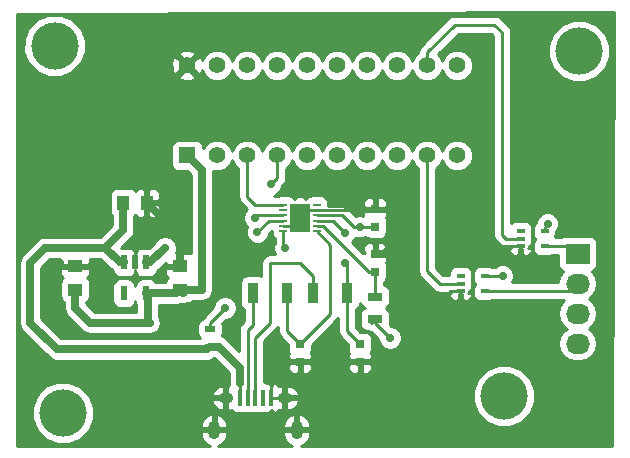
<source format=gbr>
G04 #@! TF.FileFunction,Copper,L1,Top,Signal*
%FSLAX46Y46*%
G04 Gerber Fmt 4.6, Leading zero omitted, Abs format (unit mm)*
G04 Created by KiCad (PCBNEW (2015-07-31 BZR 6030)-product) date Sat Sep 12 09:45:30 2015*
%MOMM*%
G01*
G04 APERTURE LIST*
%ADD10C,0.100000*%
%ADD11C,4.000000*%
%ADD12R,1.000000X1.250000*%
%ADD13R,0.750000X0.800000*%
%ADD14R,1.250000X1.000000*%
%ADD15R,0.400000X1.350000*%
%ADD16O,1.250000X0.950000*%
%ADD17O,1.000000X1.550000*%
%ADD18R,0.900000X0.500000*%
%ADD19R,2.032000X1.727200*%
%ADD20O,2.032000X1.727200*%
%ADD21R,0.900000X1.700000*%
%ADD22R,1.300000X0.700000*%
%ADD23R,0.700000X0.250000*%
%ADD24R,0.830000X1.190000*%
%ADD25R,1.397000X1.397000*%
%ADD26C,1.397000*%
%ADD27R,0.620000X1.220000*%
%ADD28R,0.660400X0.406400*%
%ADD29C,0.700000*%
%ADD30C,0.635000*%
%ADD31C,0.250000*%
%ADD32C,0.254000*%
G04 APERTURE END LIST*
D10*
D11*
X169077600Y-118454000D03*
X175427600Y-89244000D03*
X131028400Y-88786800D03*
D12*
X136835600Y-102096400D03*
X138835600Y-102096400D03*
D13*
X151805600Y-114046400D03*
X151805600Y-115546400D03*
X156885600Y-114046400D03*
X156885600Y-115546400D03*
X158155600Y-107926400D03*
X158155600Y-106426400D03*
D14*
X141645600Y-109446400D03*
X141645600Y-107446400D03*
D13*
X158155600Y-104116400D03*
X158155600Y-102616400D03*
D14*
X132755600Y-109446400D03*
X132755600Y-107446400D03*
D15*
X146725600Y-118606400D03*
X147375600Y-118606400D03*
X148025600Y-118606400D03*
X148675600Y-118606400D03*
X149325600Y-118606400D03*
D16*
X145525600Y-118606400D03*
X150525600Y-118606400D03*
D17*
X144525600Y-121306400D03*
X151525600Y-121306400D03*
D18*
X144185600Y-112776400D03*
X144185600Y-114276400D03*
D19*
X175300600Y-106389000D03*
D20*
X175300600Y-108929000D03*
X175300600Y-111469000D03*
X175300600Y-114009000D03*
D21*
X155795600Y-109716400D03*
X152895600Y-109716400D03*
X150715600Y-109716400D03*
X147815600Y-109716400D03*
D22*
X158155600Y-111936400D03*
X158155600Y-110036400D03*
D23*
X153205600Y-104491400D03*
X153205600Y-104041400D03*
X153205600Y-103591400D03*
X153205600Y-103141400D03*
X153205600Y-102691400D03*
X153205600Y-102241400D03*
X150405600Y-102241400D03*
X150405600Y-102691400D03*
X150405600Y-103141400D03*
X150405600Y-103591400D03*
X150405600Y-104041400D03*
X150405600Y-104491400D03*
D24*
X151390600Y-102771400D03*
X151390600Y-103961400D03*
X152220600Y-102771400D03*
X152220600Y-103961400D03*
D25*
X142255200Y-98083200D03*
D26*
X144795200Y-98083200D03*
X147335200Y-98083200D03*
X149875200Y-98083200D03*
X152415200Y-98083200D03*
X154955200Y-98083200D03*
X157495200Y-98083200D03*
X160035200Y-98083200D03*
X162575200Y-98083200D03*
X165115200Y-98083200D03*
X165115200Y-90463200D03*
X162575200Y-90463200D03*
X160035200Y-90463200D03*
X157495200Y-90463200D03*
X154955200Y-90463200D03*
X152415200Y-90463200D03*
X149875200Y-90463200D03*
X147335200Y-90463200D03*
X144795200Y-90463200D03*
X142255200Y-90463200D03*
D27*
X136885600Y-109756400D03*
X138785600Y-109756400D03*
X136885600Y-107136400D03*
X138785600Y-107136400D03*
X137835600Y-107136400D03*
D28*
X170474600Y-104458600D03*
X170474600Y-105779400D03*
X170474600Y-105119000D03*
X172506600Y-105779400D03*
X172506600Y-104458600D03*
X165394600Y-108268600D03*
X165394600Y-109589400D03*
X165394600Y-108929000D03*
X167426600Y-109589400D03*
X167426600Y-108268600D03*
D11*
X131739600Y-119876400D03*
D29*
X156846800Y-104126600D03*
X168950600Y-108292200D03*
X172760600Y-103849000D03*
X145455600Y-110986400D03*
X159425600Y-113526400D03*
X131485600Y-107176400D03*
X151805600Y-103366400D03*
X159425600Y-105906400D03*
X141645600Y-104636400D03*
X137835600Y-105906400D03*
X167680600Y-106389000D03*
X163870600Y-110199000D03*
X140375600Y-114500718D03*
X140375600Y-105906400D03*
X155615600Y-107176400D03*
X150535600Y-105906400D03*
X155615600Y-104636400D03*
X147995600Y-103366400D03*
X149316400Y-100521600D03*
X148198800Y-104585600D03*
D30*
X156857000Y-104116400D02*
X156897600Y-104116400D01*
X156846800Y-104126600D02*
X156857000Y-104116400D01*
D31*
X167426600Y-108268600D02*
X168927000Y-108268600D01*
X168927000Y-108268600D02*
X168950600Y-108292200D01*
X158155600Y-104116400D02*
X156897600Y-104116400D01*
X156897600Y-104116400D02*
X156365600Y-104116400D01*
X155390600Y-103141400D02*
X155615600Y-103366400D01*
X153205600Y-103141400D02*
X155390600Y-103141400D01*
X156365600Y-104116400D02*
X155615600Y-103366400D01*
X172506600Y-104458600D02*
X172506600Y-104103000D01*
X172506600Y-104103000D02*
X172760600Y-103849000D01*
X144185600Y-112776400D02*
X144185600Y-112256400D01*
X144185600Y-112256400D02*
X145455600Y-110986400D01*
X159425600Y-113526400D02*
X158155600Y-112256400D01*
X158155600Y-112256400D02*
X158155600Y-111936400D01*
X157835600Y-112256400D02*
X158155600Y-111936400D01*
X132755600Y-107446400D02*
X131755600Y-107446400D01*
X131755600Y-107446400D02*
X131485600Y-107176400D01*
D30*
X151805600Y-103366400D02*
X152220600Y-102951400D01*
X152220600Y-102951400D02*
X152220600Y-102771400D01*
X158155600Y-106426400D02*
X158905600Y-106426400D01*
X158905600Y-106426400D02*
X159425600Y-105906400D01*
D31*
X138835600Y-102096400D02*
X138835600Y-104906400D01*
X137835600Y-105906400D02*
X137835600Y-107136400D01*
X138835600Y-104906400D02*
X137835600Y-105906400D01*
X170474600Y-105779400D02*
X168290200Y-105779400D01*
X168290200Y-105779400D02*
X167680600Y-106389000D01*
X165394600Y-109589400D02*
X164480200Y-109589400D01*
X164480200Y-109589400D02*
X163870600Y-110199000D01*
X153205600Y-102691400D02*
X152300600Y-102691400D01*
X152300600Y-102691400D02*
X152220600Y-102771400D01*
X150405600Y-104041400D02*
X151310600Y-104041400D01*
X151310600Y-104041400D02*
X151390600Y-103961400D01*
X153205600Y-102691400D02*
X158080600Y-102691400D01*
X158080600Y-102691400D02*
X158155600Y-102616400D01*
D30*
X141645600Y-107446400D02*
X141645600Y-104636400D01*
X141645600Y-104636400D02*
X141645600Y-104906400D01*
X141645600Y-104906400D02*
X139105600Y-102366400D01*
D31*
X151805600Y-115546400D02*
X156885600Y-115546400D01*
X138835600Y-102096400D02*
X139105600Y-102096400D01*
X139105600Y-102096400D02*
X138835600Y-102096400D01*
X137835600Y-107136400D02*
X137835600Y-107176400D01*
X137835600Y-107176400D02*
X137835600Y-107136400D01*
X133025600Y-107446400D02*
X132755600Y-107446400D01*
X151805600Y-115546400D02*
X151055600Y-115546400D01*
X149325600Y-117276400D02*
X149325600Y-118606400D01*
X151055600Y-115546400D02*
X149325600Y-117276400D01*
X149325600Y-118606400D02*
X150525600Y-118606400D01*
X139105600Y-102366400D02*
X138835600Y-102096400D01*
X138835600Y-102096400D02*
X138835600Y-102366400D01*
X138835600Y-102366400D02*
X139105600Y-102096400D01*
D30*
X135295600Y-105906400D02*
X136835600Y-104366400D01*
X136835600Y-104366400D02*
X136835600Y-102096400D01*
D31*
X146725600Y-118606400D02*
X146725600Y-117336400D01*
D30*
X144935600Y-114276400D02*
X146725600Y-116066400D01*
X146725600Y-116066400D02*
X146725600Y-117336400D01*
X144935600Y-114276400D02*
X144185600Y-114276400D01*
X138785600Y-107136400D02*
X139145600Y-107136400D01*
X140375600Y-105906400D02*
X139145600Y-107136400D01*
X136885600Y-107136400D02*
X136525600Y-107136400D01*
X131189918Y-114500718D02*
X140375600Y-114500718D01*
X140375600Y-114500718D02*
X143961282Y-114500718D01*
X128945600Y-112256400D02*
X131189918Y-114500718D01*
X128945600Y-107176400D02*
X128945600Y-112256400D01*
X130215600Y-105906400D02*
X128945600Y-107176400D01*
X135295600Y-105906400D02*
X130215600Y-105906400D01*
X136525600Y-107136400D02*
X135295600Y-105906400D01*
X143961282Y-114500718D02*
X144185600Y-114276400D01*
D31*
X136885600Y-102146400D02*
X136835600Y-102096400D01*
X136835600Y-102096400D02*
X136565600Y-102366400D01*
X153205600Y-104491400D02*
X154345600Y-105631400D01*
X154345600Y-111506400D02*
X154345600Y-105906400D01*
X154345600Y-111506400D02*
X151805600Y-114046400D01*
X154345600Y-105631400D02*
X154345600Y-105906400D01*
X150715600Y-109716400D02*
X150715600Y-112956400D01*
X150715600Y-112956400D02*
X151805600Y-114046400D01*
X153205600Y-104041400D02*
X153750600Y-104041400D01*
X157635600Y-107926400D02*
X158155600Y-107926400D01*
X153750600Y-104041400D02*
X157635600Y-107926400D01*
X158155600Y-110036400D02*
X158155600Y-107926400D01*
D30*
X141645600Y-109446400D02*
X143490400Y-109446400D01*
X143490400Y-99318400D02*
X142255200Y-98083200D01*
X143490400Y-109446400D02*
X143490400Y-99318400D01*
X132755600Y-109446400D02*
X132755600Y-110986400D01*
X138913102Y-112063902D02*
X138913102Y-109756400D01*
X139105600Y-112256400D02*
X138913102Y-112063902D01*
X134025600Y-112256400D02*
X139105600Y-112256400D01*
X132755600Y-110986400D02*
X134025600Y-112256400D01*
X138913102Y-109756400D02*
X138785600Y-109756400D01*
X138785600Y-109756400D02*
X141335600Y-109756400D01*
X141335600Y-109756400D02*
X141645600Y-109446400D01*
X141645600Y-109446400D02*
X141915600Y-109716400D01*
D31*
X147375600Y-118606400D02*
X147375600Y-112876400D01*
X147815600Y-112436400D02*
X147815600Y-109716400D01*
X147375600Y-112876400D02*
X147815600Y-112436400D01*
X147815600Y-109716400D02*
X147995600Y-109716400D01*
X147995600Y-109716400D02*
X147815600Y-109716400D01*
X148025600Y-118606400D02*
X148025600Y-113496400D01*
X152895600Y-108266400D02*
X152895600Y-109716400D01*
X151805600Y-107176400D02*
X152895600Y-108266400D01*
X149265600Y-107176400D02*
X151805600Y-107176400D01*
X149265600Y-112256400D02*
X149265600Y-107176400D01*
X148025600Y-113496400D02*
X149265600Y-112256400D01*
X152895600Y-109716400D02*
X153075600Y-109716400D01*
X153075600Y-109716400D02*
X152895600Y-109716400D01*
X167426600Y-109589400D02*
X174640200Y-109589400D01*
X174640200Y-109589400D02*
X175300600Y-108929000D01*
X162575200Y-98083200D02*
X162575200Y-107887600D01*
X163616600Y-108929000D02*
X165394600Y-108929000D01*
X162575200Y-107887600D02*
X163616600Y-108929000D01*
X150405600Y-104491400D02*
X150405600Y-105776400D01*
X155795600Y-107356400D02*
X155795600Y-109716400D01*
X155615600Y-107176400D02*
X155795600Y-107356400D01*
X150405600Y-105776400D02*
X150535600Y-105906400D01*
X155795600Y-112956400D02*
X155795600Y-109716400D01*
X156885600Y-114046400D02*
X155795600Y-112956400D01*
X172506600Y-105779400D02*
X174691000Y-105779400D01*
X174691000Y-105779400D02*
X175300600Y-106389000D01*
X154570600Y-103591400D02*
X153205600Y-103591400D01*
X155615600Y-104636400D02*
X154570600Y-103591400D01*
X148220600Y-103141400D02*
X147995600Y-103366400D01*
X150405600Y-103141400D02*
X148220600Y-103141400D01*
X150405600Y-102241400D02*
X147988200Y-102241400D01*
X147335200Y-101588400D02*
X147335200Y-98083200D01*
X147988200Y-102241400D02*
X147335200Y-101588400D01*
X150405600Y-103591400D02*
X149193000Y-103591400D01*
X149875200Y-99962800D02*
X149875200Y-98083200D01*
X149316400Y-100521600D02*
X149875200Y-99962800D01*
X149193000Y-103591400D02*
X148198800Y-104585600D01*
X162575200Y-90463200D02*
X162575200Y-89345600D01*
X169255400Y-105119000D02*
X170474600Y-105119000D01*
X168925200Y-104788800D02*
X169255400Y-105119000D01*
X168925200Y-87669200D02*
X168925200Y-104788800D01*
X168264800Y-87008800D02*
X168925200Y-87669200D01*
X164912000Y-87008800D02*
X168264800Y-87008800D01*
X162575200Y-89345600D02*
X164912000Y-87008800D01*
D32*
G36*
X127853226Y-86119294D02*
X178398698Y-85917112D01*
X178196896Y-122645000D01*
X175115855Y-122645000D01*
X175115855Y-115507600D01*
X175485345Y-115507600D01*
X176058834Y-115393526D01*
X176545015Y-115068670D01*
X176869871Y-114582489D01*
X176983945Y-114009000D01*
X176869871Y-113435511D01*
X176545015Y-112949330D01*
X176230234Y-112739000D01*
X176545015Y-112528670D01*
X176869871Y-112042489D01*
X176983945Y-111469000D01*
X176869871Y-110895511D01*
X176545015Y-110409330D01*
X176230234Y-110199000D01*
X176545015Y-109988670D01*
X176869871Y-109502489D01*
X176983945Y-108929000D01*
X176869871Y-108355511D01*
X176545015Y-107869330D01*
X176530687Y-107859757D01*
X176551917Y-107855762D01*
X176768041Y-107716690D01*
X176913031Y-107504490D01*
X176964040Y-107252600D01*
X176964040Y-105525400D01*
X176919762Y-105290083D01*
X176780690Y-105073959D01*
X176568490Y-104928969D01*
X176316600Y-104877960D01*
X175949434Y-104877960D01*
X175949434Y-91879457D01*
X176918258Y-91479147D01*
X177660142Y-90738557D01*
X178062142Y-89770433D01*
X178063057Y-88722166D01*
X177662747Y-87753342D01*
X176922157Y-87011458D01*
X175954033Y-86609458D01*
X174905766Y-86608543D01*
X173936942Y-87008853D01*
X173195058Y-87749443D01*
X172793058Y-88717567D01*
X172792143Y-89765834D01*
X173192453Y-90734658D01*
X173933043Y-91476542D01*
X174901167Y-91878542D01*
X175949434Y-91879457D01*
X175949434Y-104877960D01*
X174284600Y-104877960D01*
X174049283Y-104922238D01*
X173898289Y-105019400D01*
X173361002Y-105019400D01*
X173433231Y-104913690D01*
X173484240Y-104661800D01*
X173484240Y-104518408D01*
X173595155Y-104407686D01*
X173745428Y-104045788D01*
X173745770Y-103653931D01*
X173596129Y-103291771D01*
X173319286Y-103014445D01*
X172957388Y-102864172D01*
X172565531Y-102863830D01*
X172203371Y-103013471D01*
X171926045Y-103290314D01*
X171775772Y-103652212D01*
X171775679Y-103758673D01*
X171724959Y-103791310D01*
X171579969Y-104003510D01*
X171528960Y-104255400D01*
X171528960Y-104661800D01*
X171573238Y-104897117D01*
X171712310Y-105113241D01*
X171720406Y-105118773D01*
X171579969Y-105324310D01*
X171528960Y-105576200D01*
X171528960Y-105982600D01*
X171573238Y-106217917D01*
X171712310Y-106434041D01*
X171924510Y-106579031D01*
X172176400Y-106630040D01*
X172836800Y-106630040D01*
X173072117Y-106585762D01*
X173144166Y-106539400D01*
X173637160Y-106539400D01*
X173637160Y-107252600D01*
X173681438Y-107487917D01*
X173820510Y-107704041D01*
X174032710Y-107849031D01*
X174074039Y-107857400D01*
X174056185Y-107869330D01*
X173731329Y-108355511D01*
X173637067Y-108829400D01*
X170018090Y-108829400D01*
X170018090Y-106617600D01*
X170188850Y-106617600D01*
X170347600Y-106458850D01*
X170347600Y-105969640D01*
X170601600Y-105969640D01*
X170601600Y-106458850D01*
X170760350Y-106617600D01*
X170931110Y-106617600D01*
X171164499Y-106520927D01*
X171343127Y-106342298D01*
X171439800Y-106108909D01*
X171439800Y-106039750D01*
X171281050Y-105881000D01*
X171109057Y-105881000D01*
X171256241Y-105786290D01*
X171401231Y-105574090D01*
X171405413Y-105553437D01*
X171439800Y-105519050D01*
X171439800Y-105449891D01*
X171430788Y-105428134D01*
X171452240Y-105322200D01*
X171452240Y-104915800D01*
X171427466Y-104784138D01*
X171452240Y-104661800D01*
X171452240Y-104255400D01*
X171407962Y-104020083D01*
X171268890Y-103803959D01*
X171056690Y-103658969D01*
X170804800Y-103607960D01*
X170144400Y-103607960D01*
X169909083Y-103652238D01*
X169692959Y-103791310D01*
X169685200Y-103802666D01*
X169685200Y-87669200D01*
X169627348Y-87378361D01*
X169462601Y-87131799D01*
X168802201Y-86471399D01*
X168555639Y-86306652D01*
X168264800Y-86248800D01*
X164912000Y-86248800D01*
X164621161Y-86306652D01*
X164621160Y-86306652D01*
X164374599Y-86471399D01*
X162037799Y-88808199D01*
X161873052Y-89054761D01*
X161817170Y-89335698D01*
X161445373Y-89706847D01*
X161305106Y-90044646D01*
X161166346Y-89708820D01*
X160791553Y-89333373D01*
X160301613Y-89129932D01*
X159771114Y-89129469D01*
X159280820Y-89332054D01*
X158905373Y-89706847D01*
X158765106Y-90044646D01*
X158626346Y-89708820D01*
X158251553Y-89333373D01*
X157761613Y-89129932D01*
X157231114Y-89129469D01*
X156740820Y-89332054D01*
X156365373Y-89706847D01*
X156225106Y-90044646D01*
X156086346Y-89708820D01*
X155711553Y-89333373D01*
X155221613Y-89129932D01*
X154691114Y-89129469D01*
X154200820Y-89332054D01*
X153825373Y-89706847D01*
X153685106Y-90044646D01*
X153546346Y-89708820D01*
X153171553Y-89333373D01*
X152681613Y-89129932D01*
X152151114Y-89129469D01*
X151660820Y-89332054D01*
X151285373Y-89706847D01*
X151145106Y-90044646D01*
X151006346Y-89708820D01*
X150631553Y-89333373D01*
X150141613Y-89129932D01*
X149611114Y-89129469D01*
X149120820Y-89332054D01*
X148745373Y-89706847D01*
X148605106Y-90044646D01*
X148466346Y-89708820D01*
X148091553Y-89333373D01*
X147601613Y-89129932D01*
X147071114Y-89129469D01*
X146580820Y-89332054D01*
X146205373Y-89706847D01*
X146065106Y-90044646D01*
X145926346Y-89708820D01*
X145551553Y-89333373D01*
X145061613Y-89129932D01*
X144531114Y-89129469D01*
X144040820Y-89332054D01*
X143665373Y-89706847D01*
X143531886Y-90028318D01*
X143425000Y-89770271D01*
X143189388Y-89708617D01*
X142434805Y-90463200D01*
X143189388Y-91217783D01*
X143425000Y-91156129D01*
X143523283Y-90876888D01*
X143664054Y-91217580D01*
X144038847Y-91593027D01*
X144528787Y-91796468D01*
X145059286Y-91796931D01*
X145549580Y-91594346D01*
X145925027Y-91219553D01*
X146065294Y-90881754D01*
X146204054Y-91217580D01*
X146578847Y-91593027D01*
X147068787Y-91796468D01*
X147599286Y-91796931D01*
X148089580Y-91594346D01*
X148465027Y-91219553D01*
X148605294Y-90881754D01*
X148744054Y-91217580D01*
X149118847Y-91593027D01*
X149608787Y-91796468D01*
X150139286Y-91796931D01*
X150629580Y-91594346D01*
X151005027Y-91219553D01*
X151145294Y-90881754D01*
X151284054Y-91217580D01*
X151658847Y-91593027D01*
X152148787Y-91796468D01*
X152679286Y-91796931D01*
X153169580Y-91594346D01*
X153545027Y-91219553D01*
X153685294Y-90881754D01*
X153824054Y-91217580D01*
X154198847Y-91593027D01*
X154688787Y-91796468D01*
X155219286Y-91796931D01*
X155709580Y-91594346D01*
X156085027Y-91219553D01*
X156225294Y-90881754D01*
X156364054Y-91217580D01*
X156738847Y-91593027D01*
X157228787Y-91796468D01*
X157759286Y-91796931D01*
X158249580Y-91594346D01*
X158625027Y-91219553D01*
X158765294Y-90881754D01*
X158904054Y-91217580D01*
X159278847Y-91593027D01*
X159768787Y-91796468D01*
X160299286Y-91796931D01*
X160789580Y-91594346D01*
X161165027Y-91219553D01*
X161305294Y-90881754D01*
X161444054Y-91217580D01*
X161818847Y-91593027D01*
X162308787Y-91796468D01*
X162839286Y-91796931D01*
X163329580Y-91594346D01*
X163705027Y-91219553D01*
X163845294Y-90881754D01*
X163984054Y-91217580D01*
X164358847Y-91593027D01*
X164848787Y-91796468D01*
X165379286Y-91796931D01*
X165869580Y-91594346D01*
X166245027Y-91219553D01*
X166448468Y-90729613D01*
X166448931Y-90199114D01*
X166246346Y-89708820D01*
X165871553Y-89333373D01*
X165381613Y-89129932D01*
X164851114Y-89129469D01*
X164360820Y-89332054D01*
X163985373Y-89706847D01*
X163845106Y-90044646D01*
X163706346Y-89708820D01*
X163496747Y-89498855D01*
X165226802Y-87768800D01*
X167949998Y-87768800D01*
X168165200Y-87984002D01*
X168165200Y-104788800D01*
X168223052Y-105079640D01*
X168387799Y-105326201D01*
X168717999Y-105656401D01*
X168964561Y-105821148D01*
X169255400Y-105879000D01*
X169509400Y-105879000D01*
X169509400Y-105906402D01*
X169642748Y-105906402D01*
X169509400Y-106039750D01*
X169509400Y-106108909D01*
X169606073Y-106342298D01*
X169784701Y-106520927D01*
X170018090Y-106617600D01*
X170018090Y-108829400D01*
X169794077Y-108829400D01*
X169935428Y-108488988D01*
X169935770Y-108097131D01*
X169786129Y-107734971D01*
X169509286Y-107457645D01*
X169147388Y-107307372D01*
X168755531Y-107307030D01*
X168393371Y-107456671D01*
X168341351Y-107508600D01*
X168066692Y-107508600D01*
X168008690Y-107468969D01*
X167756800Y-107417960D01*
X167096400Y-107417960D01*
X166861083Y-107462238D01*
X166644959Y-107601310D01*
X166499969Y-107813510D01*
X166448960Y-108065400D01*
X166448960Y-108471800D01*
X166493238Y-108707117D01*
X166632310Y-108923241D01*
X166640406Y-108928773D01*
X166499969Y-109134310D01*
X166448960Y-109386200D01*
X166448960Y-109792600D01*
X166493238Y-110027917D01*
X166632310Y-110244041D01*
X166844510Y-110389031D01*
X167096400Y-110440040D01*
X167756800Y-110440040D01*
X167992117Y-110395762D01*
X168064166Y-110349400D01*
X174145877Y-110349400D01*
X174056185Y-110409330D01*
X173731329Y-110895511D01*
X173617255Y-111469000D01*
X173731329Y-112042489D01*
X174056185Y-112528670D01*
X174370966Y-112739000D01*
X174056185Y-112949330D01*
X173731329Y-113435511D01*
X173617255Y-114009000D01*
X173731329Y-114582489D01*
X174056185Y-115068670D01*
X174542366Y-115393526D01*
X175115855Y-115507600D01*
X175115855Y-122645000D01*
X169599434Y-122645000D01*
X169599434Y-121089457D01*
X170568258Y-120689147D01*
X171310142Y-119948557D01*
X171712142Y-118980433D01*
X171713057Y-117932166D01*
X171312747Y-116963342D01*
X170572157Y-116221458D01*
X169604033Y-115819458D01*
X168555766Y-115818543D01*
X167586942Y-116218853D01*
X166845058Y-116959443D01*
X166443058Y-117927567D01*
X166442143Y-118975834D01*
X166842453Y-119944658D01*
X167583043Y-120686542D01*
X168551167Y-121088542D01*
X169599434Y-121089457D01*
X169599434Y-122645000D01*
X157171350Y-122645000D01*
X157171350Y-116581400D01*
X157386910Y-116581400D01*
X157620299Y-116484727D01*
X157798927Y-116306098D01*
X157895600Y-116072709D01*
X157895600Y-115832150D01*
X157736850Y-115673400D01*
X157012600Y-115673400D01*
X157012600Y-116422650D01*
X157171350Y-116581400D01*
X157171350Y-122645000D01*
X156384290Y-122645000D01*
X156384290Y-116581400D01*
X156599850Y-116581400D01*
X156758600Y-116422650D01*
X156758600Y-115673400D01*
X156034350Y-115673400D01*
X155875600Y-115832150D01*
X155875600Y-116072709D01*
X155972273Y-116306098D01*
X156150901Y-116484727D01*
X156384290Y-116581400D01*
X156384290Y-122645000D01*
X151889629Y-122645000D01*
X152238363Y-122473768D01*
X152525602Y-122133078D01*
X152660600Y-121708400D01*
X152660600Y-121433400D01*
X151652600Y-121433400D01*
X151652600Y-121179400D01*
X152660600Y-121179400D01*
X152660600Y-120904400D01*
X152525602Y-120479722D01*
X152238363Y-120139032D01*
X152091350Y-120066848D01*
X152091350Y-116581400D01*
X152306910Y-116581400D01*
X152540299Y-116484727D01*
X152718927Y-116306098D01*
X152815600Y-116072709D01*
X152815600Y-115832150D01*
X152656850Y-115673400D01*
X151932600Y-115673400D01*
X151932600Y-116422650D01*
X152091350Y-116581400D01*
X152091350Y-120066848D01*
X151827474Y-119937281D01*
X151652600Y-120063446D01*
X151652600Y-121179400D01*
X151652600Y-121433400D01*
X151652600Y-121453400D01*
X151398600Y-121453400D01*
X151398600Y-121433400D01*
X150390600Y-121433400D01*
X150390600Y-121179400D01*
X151398600Y-121179400D01*
X151398600Y-120063446D01*
X151223726Y-119937281D01*
X150826731Y-120132209D01*
X150826731Y-119707629D01*
X151236649Y-119565968D01*
X151561152Y-119278221D01*
X151744868Y-118904338D01*
X151618334Y-118733400D01*
X150652600Y-118733400D01*
X150652600Y-118479400D01*
X151618334Y-118479400D01*
X151744868Y-118308462D01*
X151561152Y-117934579D01*
X151304290Y-117706812D01*
X151304290Y-116581400D01*
X151519850Y-116581400D01*
X151678600Y-116422650D01*
X151678600Y-115673400D01*
X150954350Y-115673400D01*
X150795600Y-115832150D01*
X150795600Y-116072709D01*
X150892273Y-116306098D01*
X151070901Y-116484727D01*
X151304290Y-116581400D01*
X151304290Y-117706812D01*
X151236649Y-117646832D01*
X150826731Y-117505171D01*
X150652600Y-117653837D01*
X150652600Y-118479400D01*
X150652600Y-118733400D01*
X150652600Y-119558963D01*
X150826731Y-119707629D01*
X150826731Y-120132209D01*
X150812837Y-120139032D01*
X150525598Y-120479722D01*
X150390600Y-120904400D01*
X150390600Y-121179400D01*
X150390600Y-121433400D01*
X150390600Y-121708400D01*
X150525598Y-122133078D01*
X150812837Y-122473768D01*
X151161571Y-122645000D01*
X146525600Y-122645000D01*
X146525600Y-119928840D01*
X146925600Y-119928840D01*
X147055189Y-119904456D01*
X147175600Y-119928840D01*
X147575600Y-119928840D01*
X147705189Y-119904456D01*
X147825600Y-119928840D01*
X148225600Y-119928840D01*
X148355189Y-119904456D01*
X148475600Y-119928840D01*
X148875600Y-119928840D01*
X148981305Y-119908950D01*
X148999290Y-119916400D01*
X149066850Y-119916400D01*
X149095854Y-119887396D01*
X149110917Y-119884562D01*
X149327041Y-119745490D01*
X149425600Y-119601244D01*
X149425600Y-119757650D01*
X149584350Y-119916400D01*
X149651910Y-119916400D01*
X149885299Y-119819727D01*
X150055715Y-119649310D01*
X150224469Y-119707629D01*
X150398600Y-119558963D01*
X150398600Y-118733400D01*
X150378600Y-118733400D01*
X150378600Y-118479400D01*
X150398600Y-118479400D01*
X150398600Y-117653837D01*
X150224469Y-117505171D01*
X150055715Y-117563490D01*
X149885299Y-117393073D01*
X149651910Y-117296400D01*
X149584350Y-117296400D01*
X149425600Y-117455150D01*
X149425600Y-117613467D01*
X149339690Y-117479959D01*
X149127490Y-117334969D01*
X149099815Y-117329365D01*
X149066850Y-117296400D01*
X148999290Y-117296400D01*
X148978847Y-117304868D01*
X148875600Y-117283960D01*
X148785600Y-117283960D01*
X148785600Y-113811202D01*
X149803001Y-112793801D01*
X149955600Y-112565420D01*
X149955600Y-112956400D01*
X150013452Y-113247239D01*
X150178199Y-113493801D01*
X150783160Y-114098762D01*
X150783160Y-114446400D01*
X150827438Y-114681717D01*
X150893929Y-114785046D01*
X150892273Y-114786702D01*
X150795600Y-115020091D01*
X150795600Y-115260650D01*
X150954350Y-115419400D01*
X151678600Y-115419400D01*
X151678600Y-115399400D01*
X151932600Y-115399400D01*
X151932600Y-115419400D01*
X152656850Y-115419400D01*
X152815600Y-115260650D01*
X152815600Y-115020091D01*
X152718927Y-114786702D01*
X152717557Y-114785332D01*
X152777031Y-114698290D01*
X152828040Y-114446400D01*
X152828040Y-114098762D01*
X154883001Y-112043801D01*
X155035600Y-111815421D01*
X155035600Y-112956400D01*
X155093452Y-113247239D01*
X155258199Y-113493801D01*
X155863160Y-114098762D01*
X155863160Y-114446400D01*
X155907438Y-114681717D01*
X155973929Y-114785046D01*
X155972273Y-114786702D01*
X155875600Y-115020091D01*
X155875600Y-115260650D01*
X156034350Y-115419400D01*
X156758600Y-115419400D01*
X156758600Y-115399400D01*
X157012600Y-115399400D01*
X157012600Y-115419400D01*
X157736850Y-115419400D01*
X157895600Y-115260650D01*
X157895600Y-115020091D01*
X157798927Y-114786702D01*
X157797557Y-114785332D01*
X157857031Y-114698290D01*
X157908040Y-114446400D01*
X157908040Y-113646400D01*
X157863762Y-113411083D01*
X157724690Y-113194959D01*
X157512490Y-113049969D01*
X157260600Y-112998960D01*
X156912962Y-112998960D01*
X156555600Y-112641598D01*
X156555600Y-111121505D01*
X156697041Y-111030490D01*
X156842031Y-110818290D01*
X156892516Y-110568987D01*
X156902438Y-110621717D01*
X157041510Y-110837841D01*
X157253710Y-110982831D01*
X157266797Y-110985481D01*
X157054159Y-111122310D01*
X156909169Y-111334510D01*
X156858160Y-111586400D01*
X156858160Y-112286400D01*
X156902438Y-112521717D01*
X157041510Y-112737841D01*
X157253710Y-112882831D01*
X157505600Y-112933840D01*
X157507783Y-112933840D01*
X157544761Y-112958548D01*
X157835600Y-113016400D01*
X157839936Y-113015538D01*
X158440522Y-113616124D01*
X158440430Y-113721469D01*
X158590071Y-114083629D01*
X158866914Y-114360955D01*
X159228812Y-114511228D01*
X159620669Y-114511570D01*
X159982829Y-114361929D01*
X160260155Y-114085086D01*
X160410428Y-113723188D01*
X160410770Y-113331331D01*
X160261129Y-112969171D01*
X159984286Y-112691845D01*
X159622388Y-112541572D01*
X159515481Y-112541479D01*
X159420599Y-112446597D01*
X159453040Y-112286400D01*
X159453040Y-111586400D01*
X159408762Y-111351083D01*
X159269690Y-111134959D01*
X159057490Y-110989969D01*
X159044403Y-110987319D01*
X159257041Y-110850490D01*
X159402031Y-110638290D01*
X159453040Y-110386400D01*
X159453040Y-109686400D01*
X159408762Y-109451083D01*
X159269690Y-109234959D01*
X159057490Y-109089969D01*
X158915600Y-109061236D01*
X158915600Y-108833244D01*
X158982041Y-108790490D01*
X159127031Y-108578290D01*
X159178040Y-108326400D01*
X159178040Y-107526400D01*
X159133762Y-107291083D01*
X159067271Y-107187754D01*
X159068927Y-107186098D01*
X159165600Y-106952709D01*
X159165600Y-106712150D01*
X159006850Y-106553400D01*
X158282600Y-106553400D01*
X158282600Y-106299400D01*
X159006850Y-106299400D01*
X159165600Y-106140650D01*
X159165600Y-105900091D01*
X159068927Y-105666702D01*
X158890299Y-105488073D01*
X158656910Y-105391400D01*
X158441350Y-105391400D01*
X158282600Y-105550150D01*
X158282600Y-106299400D01*
X158282600Y-106553400D01*
X158282600Y-106573400D01*
X158028600Y-106573400D01*
X158028600Y-106553400D01*
X158008600Y-106553400D01*
X158008600Y-106299400D01*
X158028600Y-106299400D01*
X158028600Y-105550150D01*
X157869850Y-105391400D01*
X157654290Y-105391400D01*
X157420901Y-105488073D01*
X157242273Y-105666702D01*
X157145600Y-105900091D01*
X157145600Y-106140650D01*
X157304348Y-106299398D01*
X157145600Y-106299398D01*
X157145600Y-106361598D01*
X156214416Y-105430414D01*
X156450155Y-105195086D01*
X156509176Y-105052948D01*
X156650012Y-105111428D01*
X157041869Y-105111770D01*
X157344281Y-104986816D01*
X157528710Y-105112831D01*
X157780600Y-105163840D01*
X158530600Y-105163840D01*
X158765917Y-105119562D01*
X158982041Y-104980490D01*
X159127031Y-104768290D01*
X159178040Y-104516400D01*
X159178040Y-103716400D01*
X159133762Y-103481083D01*
X159067271Y-103377754D01*
X159068927Y-103376098D01*
X159165600Y-103142709D01*
X159165600Y-102902150D01*
X159006850Y-102743400D01*
X158282600Y-102743400D01*
X158282600Y-102489400D01*
X159006850Y-102489400D01*
X159165600Y-102330650D01*
X159165600Y-102090091D01*
X159068927Y-101856702D01*
X158890299Y-101678073D01*
X158656910Y-101581400D01*
X158441350Y-101581400D01*
X158282600Y-101740150D01*
X158282600Y-102489400D01*
X158282600Y-102743400D01*
X158282600Y-102763400D01*
X158028600Y-102763400D01*
X158028600Y-102743400D01*
X157304350Y-102743400D01*
X157304350Y-102489400D01*
X158028600Y-102489400D01*
X158028600Y-101740150D01*
X157869850Y-101581400D01*
X157654290Y-101581400D01*
X157420901Y-101678073D01*
X157242273Y-101856702D01*
X157145600Y-102090091D01*
X157145600Y-102330650D01*
X157304350Y-102489400D01*
X157304350Y-102743400D01*
X157145600Y-102902150D01*
X157145600Y-103142709D01*
X157166322Y-103192735D01*
X157043588Y-103141772D01*
X156651731Y-103141430D01*
X156519902Y-103195900D01*
X155928001Y-102603999D01*
X155681439Y-102439252D01*
X155390600Y-102381400D01*
X154200002Y-102381400D01*
X154203040Y-102366400D01*
X154203040Y-102116400D01*
X154158762Y-101881083D01*
X154019690Y-101664959D01*
X153807490Y-101519969D01*
X153555600Y-101468960D01*
X152855600Y-101468960D01*
X152620283Y-101513238D01*
X152576518Y-101541400D01*
X152506350Y-101541400D01*
X152347600Y-101700150D01*
X152347600Y-101735087D01*
X152312980Y-101785754D01*
X152165298Y-101638073D01*
X151936930Y-101543480D01*
X151934850Y-101541400D01*
X151676350Y-101541400D01*
X151674270Y-101543480D01*
X151445902Y-101638073D01*
X151297733Y-101786241D01*
X151263600Y-101733197D01*
X151263600Y-101700150D01*
X151104850Y-101541400D01*
X151038855Y-101541400D01*
X151007490Y-101519969D01*
X150755600Y-101468960D01*
X150055600Y-101468960D01*
X149989487Y-101481400D01*
X149572869Y-101481400D01*
X149873629Y-101357129D01*
X150150955Y-101080286D01*
X150301228Y-100718388D01*
X150301321Y-100611481D01*
X150412601Y-100500201D01*
X150577348Y-100253639D01*
X150635200Y-99962800D01*
X150635200Y-99208736D01*
X151005027Y-98839553D01*
X151145294Y-98501754D01*
X151284054Y-98837580D01*
X151658847Y-99213027D01*
X152148787Y-99416468D01*
X152679286Y-99416931D01*
X153169580Y-99214346D01*
X153545027Y-98839553D01*
X153685294Y-98501754D01*
X153824054Y-98837580D01*
X154198847Y-99213027D01*
X154688787Y-99416468D01*
X155219286Y-99416931D01*
X155709580Y-99214346D01*
X156085027Y-98839553D01*
X156225294Y-98501754D01*
X156364054Y-98837580D01*
X156738847Y-99213027D01*
X157228787Y-99416468D01*
X157759286Y-99416931D01*
X158249580Y-99214346D01*
X158625027Y-98839553D01*
X158765294Y-98501754D01*
X158904054Y-98837580D01*
X159278847Y-99213027D01*
X159768787Y-99416468D01*
X160299286Y-99416931D01*
X160789580Y-99214346D01*
X161165027Y-98839553D01*
X161305294Y-98501754D01*
X161444054Y-98837580D01*
X161815200Y-99209374D01*
X161815200Y-107887600D01*
X161873052Y-108178439D01*
X162037799Y-108425001D01*
X163079199Y-109466401D01*
X163325761Y-109631148D01*
X163616600Y-109689000D01*
X164429400Y-109689000D01*
X164429400Y-109716402D01*
X164562748Y-109716402D01*
X164429400Y-109849750D01*
X164429400Y-109918909D01*
X164526073Y-110152298D01*
X164704701Y-110330927D01*
X164938090Y-110427600D01*
X165108850Y-110427600D01*
X165267600Y-110268850D01*
X165267600Y-109779640D01*
X165521600Y-109779640D01*
X165521600Y-110268850D01*
X165680350Y-110427600D01*
X165851110Y-110427600D01*
X166084499Y-110330927D01*
X166263127Y-110152298D01*
X166359800Y-109918909D01*
X166359800Y-109849750D01*
X166201050Y-109691000D01*
X166029057Y-109691000D01*
X166176241Y-109596290D01*
X166321231Y-109384090D01*
X166325413Y-109363437D01*
X166359800Y-109329050D01*
X166359800Y-109259891D01*
X166350788Y-109238134D01*
X166372240Y-109132200D01*
X166372240Y-108725800D01*
X166347466Y-108594138D01*
X166372240Y-108471800D01*
X166372240Y-108065400D01*
X166327962Y-107830083D01*
X166188890Y-107613959D01*
X165976690Y-107468969D01*
X165724800Y-107417960D01*
X165064400Y-107417960D01*
X164829083Y-107462238D01*
X164612959Y-107601310D01*
X164467969Y-107813510D01*
X164416960Y-108065400D01*
X164416960Y-108169000D01*
X163931402Y-108169000D01*
X163335200Y-107572798D01*
X163335200Y-99208736D01*
X163705027Y-98839553D01*
X163845294Y-98501754D01*
X163984054Y-98837580D01*
X164358847Y-99213027D01*
X164848787Y-99416468D01*
X165379286Y-99416931D01*
X165869580Y-99214346D01*
X166245027Y-98839553D01*
X166448468Y-98349613D01*
X166448931Y-97819114D01*
X166246346Y-97328820D01*
X165871553Y-96953373D01*
X165381613Y-96749932D01*
X164851114Y-96749469D01*
X164360820Y-96952054D01*
X163985373Y-97326847D01*
X163845106Y-97664646D01*
X163706346Y-97328820D01*
X163331553Y-96953373D01*
X162841613Y-96749932D01*
X162311114Y-96749469D01*
X161820820Y-96952054D01*
X161445373Y-97326847D01*
X161305106Y-97664646D01*
X161166346Y-97328820D01*
X160791553Y-96953373D01*
X160301613Y-96749932D01*
X159771114Y-96749469D01*
X159280820Y-96952054D01*
X158905373Y-97326847D01*
X158765106Y-97664646D01*
X158626346Y-97328820D01*
X158251553Y-96953373D01*
X157761613Y-96749932D01*
X157231114Y-96749469D01*
X156740820Y-96952054D01*
X156365373Y-97326847D01*
X156225106Y-97664646D01*
X156086346Y-97328820D01*
X155711553Y-96953373D01*
X155221613Y-96749932D01*
X154691114Y-96749469D01*
X154200820Y-96952054D01*
X153825373Y-97326847D01*
X153685106Y-97664646D01*
X153546346Y-97328820D01*
X153171553Y-96953373D01*
X152681613Y-96749932D01*
X152151114Y-96749469D01*
X151660820Y-96952054D01*
X151285373Y-97326847D01*
X151145106Y-97664646D01*
X151006346Y-97328820D01*
X150631553Y-96953373D01*
X150141613Y-96749932D01*
X149611114Y-96749469D01*
X149120820Y-96952054D01*
X148745373Y-97326847D01*
X148605106Y-97664646D01*
X148466346Y-97328820D01*
X148091553Y-96953373D01*
X147601613Y-96749932D01*
X147071114Y-96749469D01*
X146580820Y-96952054D01*
X146205373Y-97326847D01*
X146065106Y-97664646D01*
X145926346Y-97328820D01*
X145551553Y-96953373D01*
X145061613Y-96749932D01*
X144531114Y-96749469D01*
X144040820Y-96952054D01*
X143665373Y-97326847D01*
X143601140Y-97481537D01*
X143601140Y-97384700D01*
X143556862Y-97149383D01*
X143417790Y-96933259D01*
X143205590Y-96788269D01*
X142953700Y-96737260D01*
X142062680Y-96737260D01*
X142062680Y-91809127D01*
X142592399Y-91780348D01*
X142948129Y-91633000D01*
X143009783Y-91397388D01*
X142255200Y-90642805D01*
X142255200Y-90283595D01*
X143009783Y-89529012D01*
X142948129Y-89293400D01*
X142447720Y-89117273D01*
X141918001Y-89146052D01*
X141562271Y-89293400D01*
X141500617Y-89529012D01*
X142255200Y-90283595D01*
X142255200Y-90642805D01*
X141500617Y-91397388D01*
X141562271Y-91633000D01*
X142062680Y-91809127D01*
X142062680Y-96737260D01*
X141556700Y-96737260D01*
X141321383Y-96781538D01*
X141321012Y-96781776D01*
X141321012Y-91217783D01*
X142075595Y-90463200D01*
X141321012Y-89708617D01*
X141085400Y-89770271D01*
X140909273Y-90270680D01*
X140938052Y-90800399D01*
X141085400Y-91156129D01*
X141321012Y-91217783D01*
X141321012Y-96781776D01*
X141105259Y-96920610D01*
X140960269Y-97132810D01*
X140909260Y-97384700D01*
X140909260Y-98781700D01*
X140953538Y-99017017D01*
X141092610Y-99233141D01*
X141304810Y-99378131D01*
X141556700Y-99429140D01*
X142254102Y-99429140D01*
X142537900Y-99712938D01*
X142537900Y-106369800D01*
X142396910Y-106311400D01*
X141931350Y-106311400D01*
X141772600Y-106470150D01*
X141772600Y-107319400D01*
X141792600Y-107319400D01*
X141792600Y-107573400D01*
X141772600Y-107573400D01*
X141772600Y-107593400D01*
X141518600Y-107593400D01*
X141518600Y-107573400D01*
X140544350Y-107573400D01*
X140385600Y-107732150D01*
X140385600Y-108072709D01*
X140482273Y-108306098D01*
X140623510Y-108447336D01*
X140569159Y-108482310D01*
X140424169Y-108694510D01*
X140402017Y-108803900D01*
X139629792Y-108803900D01*
X139559690Y-108694959D01*
X139347490Y-108549969D01*
X139095600Y-108498960D01*
X138475600Y-108498960D01*
X138240283Y-108543238D01*
X138024159Y-108682310D01*
X137879169Y-108894510D01*
X137835873Y-109108311D01*
X137798762Y-108911083D01*
X137659690Y-108694959D01*
X137447490Y-108549969D01*
X137195600Y-108498960D01*
X136575600Y-108498960D01*
X136340283Y-108543238D01*
X136124159Y-108682310D01*
X135979169Y-108894510D01*
X135928160Y-109146400D01*
X135928160Y-110366400D01*
X135972438Y-110601717D01*
X136111510Y-110817841D01*
X136323710Y-110962831D01*
X136575600Y-111013840D01*
X137195600Y-111013840D01*
X137430917Y-110969562D01*
X137647041Y-110830490D01*
X137792031Y-110618290D01*
X137835327Y-110404489D01*
X137872438Y-110601717D01*
X137960602Y-110738728D01*
X137960602Y-111303900D01*
X134420138Y-111303900D01*
X133708100Y-110591862D01*
X133708100Y-110490244D01*
X133832041Y-110410490D01*
X133977031Y-110198290D01*
X134028040Y-109946400D01*
X134028040Y-108946400D01*
X133983762Y-108711083D01*
X133844690Y-108494959D01*
X133776594Y-108448431D01*
X133918927Y-108306098D01*
X134015600Y-108072709D01*
X134015600Y-107732150D01*
X133856850Y-107573400D01*
X132882600Y-107573400D01*
X132882600Y-107593400D01*
X132628600Y-107593400D01*
X132628600Y-107573400D01*
X131654350Y-107573400D01*
X131495600Y-107732150D01*
X131495600Y-108072709D01*
X131592273Y-108306098D01*
X131733510Y-108447336D01*
X131679159Y-108482310D01*
X131534169Y-108694510D01*
X131483160Y-108946400D01*
X131483160Y-109946400D01*
X131527438Y-110181717D01*
X131666510Y-110397841D01*
X131803100Y-110491169D01*
X131803100Y-110986400D01*
X131875605Y-111350906D01*
X132082081Y-111659919D01*
X133352081Y-112929919D01*
X133661094Y-113136395D01*
X134025600Y-113208900D01*
X139105600Y-113208900D01*
X139470106Y-113136395D01*
X139779119Y-112929919D01*
X139985595Y-112620906D01*
X140058100Y-112256400D01*
X139985595Y-111891894D01*
X139865602Y-111712312D01*
X139865602Y-110708900D01*
X141335600Y-110708900D01*
X141700106Y-110636395D01*
X141712053Y-110628412D01*
X141915600Y-110668900D01*
X142280106Y-110596395D01*
X142289155Y-110590349D01*
X142505917Y-110549562D01*
X142722041Y-110410490D01*
X142729960Y-110398900D01*
X143490400Y-110398900D01*
X143854906Y-110326395D01*
X144163919Y-110119919D01*
X144370395Y-109810906D01*
X144442900Y-109446400D01*
X144442900Y-99380805D01*
X144528787Y-99416468D01*
X145059286Y-99416931D01*
X145549580Y-99214346D01*
X145925027Y-98839553D01*
X146065294Y-98501754D01*
X146204054Y-98837580D01*
X146575200Y-99209374D01*
X146575200Y-101588400D01*
X146618334Y-101805247D01*
X146633052Y-101879240D01*
X146797799Y-102125801D01*
X147320517Y-102648519D01*
X147161045Y-102807714D01*
X147010772Y-103169612D01*
X147010430Y-103561469D01*
X147160071Y-103923629D01*
X147334554Y-104098417D01*
X147213972Y-104388812D01*
X147213630Y-104780669D01*
X147363271Y-105142829D01*
X147640114Y-105420155D01*
X148002012Y-105570428D01*
X148393869Y-105570770D01*
X148756029Y-105421129D01*
X149033355Y-105144286D01*
X149183628Y-104782388D01*
X149183721Y-104675481D01*
X149408160Y-104451042D01*
X149408160Y-104616400D01*
X149452438Y-104851717D01*
X149591510Y-105067841D01*
X149645600Y-105104799D01*
X149645600Y-105481241D01*
X149550772Y-105709612D01*
X149550430Y-106101469D01*
X149680556Y-106416400D01*
X149265600Y-106416400D01*
X148974761Y-106474252D01*
X148728199Y-106638999D01*
X148563452Y-106885561D01*
X148505600Y-107176400D01*
X148505600Y-108267561D01*
X148265600Y-108218960D01*
X147365600Y-108218960D01*
X147130283Y-108263238D01*
X146914159Y-108402310D01*
X146769169Y-108614510D01*
X146718160Y-108866400D01*
X146718160Y-110566400D01*
X146762438Y-110801717D01*
X146901510Y-111017841D01*
X147055600Y-111123126D01*
X147055600Y-112121598D01*
X146838199Y-112338999D01*
X146673452Y-112585561D01*
X146615600Y-112876400D01*
X146615600Y-114609362D01*
X145609119Y-113602881D01*
X145300106Y-113396405D01*
X145169128Y-113370352D01*
X145232031Y-113278290D01*
X145283040Y-113026400D01*
X145283040Y-112526400D01*
X145238762Y-112291083D01*
X145233655Y-112283147D01*
X145545324Y-111971478D01*
X145650669Y-111971570D01*
X146012829Y-111821929D01*
X146290155Y-111545086D01*
X146440428Y-111183188D01*
X146440770Y-110791331D01*
X146291129Y-110429171D01*
X146014286Y-110151845D01*
X145652388Y-110001572D01*
X145260531Y-110001230D01*
X144898371Y-110150871D01*
X144621045Y-110427714D01*
X144470772Y-110789612D01*
X144470679Y-110896519D01*
X143648199Y-111718999D01*
X143513378Y-111920774D01*
X143500283Y-111923238D01*
X143284159Y-112062310D01*
X143139169Y-112274510D01*
X143088160Y-112526400D01*
X143088160Y-113026400D01*
X143132438Y-113261717D01*
X143271510Y-113477841D01*
X143341311Y-113525534D01*
X143306059Y-113548218D01*
X140650243Y-113548218D01*
X140572388Y-113515890D01*
X140180531Y-113515548D01*
X140101463Y-113548218D01*
X131584456Y-113548218D01*
X129898100Y-111861862D01*
X129898100Y-107570938D01*
X130610138Y-106858900D01*
X131495600Y-106858900D01*
X131495600Y-107160650D01*
X131654350Y-107319400D01*
X132628600Y-107319400D01*
X132628600Y-107299400D01*
X132882600Y-107299400D01*
X132882600Y-107319400D01*
X133856850Y-107319400D01*
X134015600Y-107160650D01*
X134015600Y-106858900D01*
X134901062Y-106858900D01*
X135852081Y-107809919D01*
X135952771Y-107877198D01*
X135972438Y-107981717D01*
X136111510Y-108197841D01*
X136323710Y-108342831D01*
X136575600Y-108393840D01*
X137195600Y-108393840D01*
X137356316Y-108363599D01*
X137399291Y-108381400D01*
X137549850Y-108381400D01*
X137708600Y-108222650D01*
X137708600Y-108120395D01*
X137792031Y-107998290D01*
X137835327Y-107784489D01*
X137872438Y-107981717D01*
X137962600Y-108121833D01*
X137962600Y-108222650D01*
X138121350Y-108381400D01*
X138271909Y-108381400D01*
X138318621Y-108362051D01*
X138475600Y-108393840D01*
X139095600Y-108393840D01*
X139330917Y-108349562D01*
X139547041Y-108210490D01*
X139692031Y-107998290D01*
X139716259Y-107878648D01*
X139819119Y-107809919D01*
X140426994Y-107202044D01*
X140544350Y-107319400D01*
X141518600Y-107319400D01*
X141518600Y-106470150D01*
X141359850Y-106311400D01*
X141273971Y-106311400D01*
X141360428Y-106103188D01*
X141360770Y-105711331D01*
X141211129Y-105349171D01*
X140934286Y-105071845D01*
X140572388Y-104921572D01*
X140180531Y-104921230D01*
X139818371Y-105070871D01*
X139541045Y-105347714D01*
X139508237Y-105426725D01*
X139121350Y-105813612D01*
X139121350Y-103356400D01*
X139461909Y-103356400D01*
X139695298Y-103259727D01*
X139873927Y-103081099D01*
X139970600Y-102847710D01*
X139970600Y-102382150D01*
X139811850Y-102223400D01*
X138962600Y-102223400D01*
X138962600Y-101969400D01*
X139811850Y-101969400D01*
X139970600Y-101810650D01*
X139970600Y-101345090D01*
X139873927Y-101111701D01*
X139695298Y-100933073D01*
X139461909Y-100836400D01*
X139121350Y-100836400D01*
X138962600Y-100995150D01*
X138962600Y-101969400D01*
X138962600Y-102223400D01*
X138962600Y-103197650D01*
X139121350Y-103356400D01*
X139121350Y-105813612D01*
X139056002Y-105878960D01*
X138475600Y-105878960D01*
X138314884Y-105909201D01*
X138271909Y-105891400D01*
X138121350Y-105891400D01*
X137962600Y-106050150D01*
X137962600Y-106152405D01*
X137879169Y-106274510D01*
X137835873Y-106488311D01*
X137798762Y-106291083D01*
X137708600Y-106150967D01*
X137708600Y-106050150D01*
X137549850Y-105891400D01*
X137399291Y-105891400D01*
X137352579Y-105910749D01*
X137195600Y-105878960D01*
X136670078Y-105878960D01*
X137509119Y-105039919D01*
X137715595Y-104730906D01*
X137788100Y-104366400D01*
X137788100Y-103183940D01*
X137833569Y-103117394D01*
X137975902Y-103259727D01*
X138209291Y-103356400D01*
X138549850Y-103356400D01*
X138708600Y-103197650D01*
X138708600Y-102223400D01*
X138688600Y-102223400D01*
X138688600Y-101969400D01*
X138708600Y-101969400D01*
X138708600Y-100995150D01*
X138549850Y-100836400D01*
X138209291Y-100836400D01*
X137975902Y-100933073D01*
X137834664Y-101074310D01*
X137799690Y-101019959D01*
X137587490Y-100874969D01*
X137335600Y-100823960D01*
X136335600Y-100823960D01*
X136100283Y-100868238D01*
X135884159Y-101007310D01*
X135739169Y-101219510D01*
X135688160Y-101471400D01*
X135688160Y-102721400D01*
X135732438Y-102956717D01*
X135871510Y-103172841D01*
X135883100Y-103180760D01*
X135883100Y-103971862D01*
X134901062Y-104953900D01*
X131550234Y-104953900D01*
X131550234Y-91422257D01*
X132519058Y-91021947D01*
X133260942Y-90281357D01*
X133662942Y-89313233D01*
X133663857Y-88264966D01*
X133263547Y-87296142D01*
X132522957Y-86554258D01*
X131554833Y-86152258D01*
X130506566Y-86151343D01*
X129537742Y-86551653D01*
X128795858Y-87292243D01*
X128393858Y-88260367D01*
X128392943Y-89308634D01*
X128793253Y-90277458D01*
X129533843Y-91019342D01*
X130501967Y-91421342D01*
X131550234Y-91422257D01*
X131550234Y-104953900D01*
X130215600Y-104953900D01*
X129851094Y-105026405D01*
X129542081Y-105232881D01*
X128272081Y-106502881D01*
X128065605Y-106811894D01*
X127993100Y-107176400D01*
X127993100Y-112256400D01*
X128065605Y-112620906D01*
X128272081Y-112929919D01*
X130516399Y-115174237D01*
X130825412Y-115380713D01*
X131189918Y-115453218D01*
X140100957Y-115453218D01*
X140178812Y-115485546D01*
X140570669Y-115485888D01*
X140649737Y-115453218D01*
X143961282Y-115453218D01*
X144325788Y-115380713D01*
X144545841Y-115233679D01*
X145773100Y-116460938D01*
X145773100Y-117336400D01*
X145809583Y-117519811D01*
X145652600Y-117653837D01*
X145652600Y-118479400D01*
X145672600Y-118479400D01*
X145672600Y-118733400D01*
X145652600Y-118733400D01*
X145652600Y-119558963D01*
X145826731Y-119707629D01*
X146005526Y-119645840D01*
X146061510Y-119732841D01*
X146273710Y-119877831D01*
X146525600Y-119928840D01*
X146525600Y-122645000D01*
X144889629Y-122645000D01*
X145238363Y-122473768D01*
X145525602Y-122133078D01*
X145660600Y-121708400D01*
X145660600Y-121433400D01*
X144652600Y-121433400D01*
X144652600Y-121179400D01*
X145660600Y-121179400D01*
X145660600Y-120904400D01*
X145525602Y-120479722D01*
X145238363Y-120139032D01*
X145224469Y-120132210D01*
X145224469Y-119707629D01*
X145398600Y-119558963D01*
X145398600Y-118733400D01*
X144432866Y-118733400D01*
X144432866Y-118479400D01*
X145398600Y-118479400D01*
X145398600Y-117653837D01*
X145224469Y-117505171D01*
X144814551Y-117646832D01*
X144490048Y-117934579D01*
X144306332Y-118308462D01*
X144432866Y-118479400D01*
X144432866Y-118733400D01*
X144306332Y-118904338D01*
X144490048Y-119278221D01*
X144814551Y-119565968D01*
X145224469Y-119707629D01*
X145224469Y-120132210D01*
X144827474Y-119937281D01*
X144652600Y-120063446D01*
X144652600Y-121179400D01*
X144652600Y-121433400D01*
X144652600Y-121453400D01*
X144398600Y-121453400D01*
X144398600Y-121433400D01*
X143390600Y-121433400D01*
X143390600Y-121179400D01*
X144398600Y-121179400D01*
X144398600Y-120063446D01*
X144223726Y-119937281D01*
X143812837Y-120139032D01*
X143525598Y-120479722D01*
X143390600Y-120904400D01*
X143390600Y-121179400D01*
X143390600Y-121433400D01*
X143390600Y-121708400D01*
X143525598Y-122133078D01*
X143812837Y-122473768D01*
X144161571Y-122645000D01*
X132261434Y-122645000D01*
X132261434Y-122511857D01*
X133230258Y-122111547D01*
X133972142Y-121370957D01*
X134374142Y-120402833D01*
X134375057Y-119354566D01*
X133974747Y-118385742D01*
X133234157Y-117643858D01*
X132266033Y-117241858D01*
X131217766Y-117240943D01*
X130248942Y-117641253D01*
X129507058Y-118381843D01*
X129105058Y-119349967D01*
X129104143Y-120398234D01*
X129504453Y-121367058D01*
X130245043Y-122108942D01*
X131213167Y-122510942D01*
X132261434Y-122511857D01*
X132261434Y-122645000D01*
X127802776Y-122645000D01*
X127853226Y-86119294D01*
X127853226Y-86119294D01*
G37*
X127853226Y-86119294D02*
X178398698Y-85917112D01*
X178196896Y-122645000D01*
X175115855Y-122645000D01*
X175115855Y-115507600D01*
X175485345Y-115507600D01*
X176058834Y-115393526D01*
X176545015Y-115068670D01*
X176869871Y-114582489D01*
X176983945Y-114009000D01*
X176869871Y-113435511D01*
X176545015Y-112949330D01*
X176230234Y-112739000D01*
X176545015Y-112528670D01*
X176869871Y-112042489D01*
X176983945Y-111469000D01*
X176869871Y-110895511D01*
X176545015Y-110409330D01*
X176230234Y-110199000D01*
X176545015Y-109988670D01*
X176869871Y-109502489D01*
X176983945Y-108929000D01*
X176869871Y-108355511D01*
X176545015Y-107869330D01*
X176530687Y-107859757D01*
X176551917Y-107855762D01*
X176768041Y-107716690D01*
X176913031Y-107504490D01*
X176964040Y-107252600D01*
X176964040Y-105525400D01*
X176919762Y-105290083D01*
X176780690Y-105073959D01*
X176568490Y-104928969D01*
X176316600Y-104877960D01*
X175949434Y-104877960D01*
X175949434Y-91879457D01*
X176918258Y-91479147D01*
X177660142Y-90738557D01*
X178062142Y-89770433D01*
X178063057Y-88722166D01*
X177662747Y-87753342D01*
X176922157Y-87011458D01*
X175954033Y-86609458D01*
X174905766Y-86608543D01*
X173936942Y-87008853D01*
X173195058Y-87749443D01*
X172793058Y-88717567D01*
X172792143Y-89765834D01*
X173192453Y-90734658D01*
X173933043Y-91476542D01*
X174901167Y-91878542D01*
X175949434Y-91879457D01*
X175949434Y-104877960D01*
X174284600Y-104877960D01*
X174049283Y-104922238D01*
X173898289Y-105019400D01*
X173361002Y-105019400D01*
X173433231Y-104913690D01*
X173484240Y-104661800D01*
X173484240Y-104518408D01*
X173595155Y-104407686D01*
X173745428Y-104045788D01*
X173745770Y-103653931D01*
X173596129Y-103291771D01*
X173319286Y-103014445D01*
X172957388Y-102864172D01*
X172565531Y-102863830D01*
X172203371Y-103013471D01*
X171926045Y-103290314D01*
X171775772Y-103652212D01*
X171775679Y-103758673D01*
X171724959Y-103791310D01*
X171579969Y-104003510D01*
X171528960Y-104255400D01*
X171528960Y-104661800D01*
X171573238Y-104897117D01*
X171712310Y-105113241D01*
X171720406Y-105118773D01*
X171579969Y-105324310D01*
X171528960Y-105576200D01*
X171528960Y-105982600D01*
X171573238Y-106217917D01*
X171712310Y-106434041D01*
X171924510Y-106579031D01*
X172176400Y-106630040D01*
X172836800Y-106630040D01*
X173072117Y-106585762D01*
X173144166Y-106539400D01*
X173637160Y-106539400D01*
X173637160Y-107252600D01*
X173681438Y-107487917D01*
X173820510Y-107704041D01*
X174032710Y-107849031D01*
X174074039Y-107857400D01*
X174056185Y-107869330D01*
X173731329Y-108355511D01*
X173637067Y-108829400D01*
X170018090Y-108829400D01*
X170018090Y-106617600D01*
X170188850Y-106617600D01*
X170347600Y-106458850D01*
X170347600Y-105969640D01*
X170601600Y-105969640D01*
X170601600Y-106458850D01*
X170760350Y-106617600D01*
X170931110Y-106617600D01*
X171164499Y-106520927D01*
X171343127Y-106342298D01*
X171439800Y-106108909D01*
X171439800Y-106039750D01*
X171281050Y-105881000D01*
X171109057Y-105881000D01*
X171256241Y-105786290D01*
X171401231Y-105574090D01*
X171405413Y-105553437D01*
X171439800Y-105519050D01*
X171439800Y-105449891D01*
X171430788Y-105428134D01*
X171452240Y-105322200D01*
X171452240Y-104915800D01*
X171427466Y-104784138D01*
X171452240Y-104661800D01*
X171452240Y-104255400D01*
X171407962Y-104020083D01*
X171268890Y-103803959D01*
X171056690Y-103658969D01*
X170804800Y-103607960D01*
X170144400Y-103607960D01*
X169909083Y-103652238D01*
X169692959Y-103791310D01*
X169685200Y-103802666D01*
X169685200Y-87669200D01*
X169627348Y-87378361D01*
X169462601Y-87131799D01*
X168802201Y-86471399D01*
X168555639Y-86306652D01*
X168264800Y-86248800D01*
X164912000Y-86248800D01*
X164621161Y-86306652D01*
X164621160Y-86306652D01*
X164374599Y-86471399D01*
X162037799Y-88808199D01*
X161873052Y-89054761D01*
X161817170Y-89335698D01*
X161445373Y-89706847D01*
X161305106Y-90044646D01*
X161166346Y-89708820D01*
X160791553Y-89333373D01*
X160301613Y-89129932D01*
X159771114Y-89129469D01*
X159280820Y-89332054D01*
X158905373Y-89706847D01*
X158765106Y-90044646D01*
X158626346Y-89708820D01*
X158251553Y-89333373D01*
X157761613Y-89129932D01*
X157231114Y-89129469D01*
X156740820Y-89332054D01*
X156365373Y-89706847D01*
X156225106Y-90044646D01*
X156086346Y-89708820D01*
X155711553Y-89333373D01*
X155221613Y-89129932D01*
X154691114Y-89129469D01*
X154200820Y-89332054D01*
X153825373Y-89706847D01*
X153685106Y-90044646D01*
X153546346Y-89708820D01*
X153171553Y-89333373D01*
X152681613Y-89129932D01*
X152151114Y-89129469D01*
X151660820Y-89332054D01*
X151285373Y-89706847D01*
X151145106Y-90044646D01*
X151006346Y-89708820D01*
X150631553Y-89333373D01*
X150141613Y-89129932D01*
X149611114Y-89129469D01*
X149120820Y-89332054D01*
X148745373Y-89706847D01*
X148605106Y-90044646D01*
X148466346Y-89708820D01*
X148091553Y-89333373D01*
X147601613Y-89129932D01*
X147071114Y-89129469D01*
X146580820Y-89332054D01*
X146205373Y-89706847D01*
X146065106Y-90044646D01*
X145926346Y-89708820D01*
X145551553Y-89333373D01*
X145061613Y-89129932D01*
X144531114Y-89129469D01*
X144040820Y-89332054D01*
X143665373Y-89706847D01*
X143531886Y-90028318D01*
X143425000Y-89770271D01*
X143189388Y-89708617D01*
X142434805Y-90463200D01*
X143189388Y-91217783D01*
X143425000Y-91156129D01*
X143523283Y-90876888D01*
X143664054Y-91217580D01*
X144038847Y-91593027D01*
X144528787Y-91796468D01*
X145059286Y-91796931D01*
X145549580Y-91594346D01*
X145925027Y-91219553D01*
X146065294Y-90881754D01*
X146204054Y-91217580D01*
X146578847Y-91593027D01*
X147068787Y-91796468D01*
X147599286Y-91796931D01*
X148089580Y-91594346D01*
X148465027Y-91219553D01*
X148605294Y-90881754D01*
X148744054Y-91217580D01*
X149118847Y-91593027D01*
X149608787Y-91796468D01*
X150139286Y-91796931D01*
X150629580Y-91594346D01*
X151005027Y-91219553D01*
X151145294Y-90881754D01*
X151284054Y-91217580D01*
X151658847Y-91593027D01*
X152148787Y-91796468D01*
X152679286Y-91796931D01*
X153169580Y-91594346D01*
X153545027Y-91219553D01*
X153685294Y-90881754D01*
X153824054Y-91217580D01*
X154198847Y-91593027D01*
X154688787Y-91796468D01*
X155219286Y-91796931D01*
X155709580Y-91594346D01*
X156085027Y-91219553D01*
X156225294Y-90881754D01*
X156364054Y-91217580D01*
X156738847Y-91593027D01*
X157228787Y-91796468D01*
X157759286Y-91796931D01*
X158249580Y-91594346D01*
X158625027Y-91219553D01*
X158765294Y-90881754D01*
X158904054Y-91217580D01*
X159278847Y-91593027D01*
X159768787Y-91796468D01*
X160299286Y-91796931D01*
X160789580Y-91594346D01*
X161165027Y-91219553D01*
X161305294Y-90881754D01*
X161444054Y-91217580D01*
X161818847Y-91593027D01*
X162308787Y-91796468D01*
X162839286Y-91796931D01*
X163329580Y-91594346D01*
X163705027Y-91219553D01*
X163845294Y-90881754D01*
X163984054Y-91217580D01*
X164358847Y-91593027D01*
X164848787Y-91796468D01*
X165379286Y-91796931D01*
X165869580Y-91594346D01*
X166245027Y-91219553D01*
X166448468Y-90729613D01*
X166448931Y-90199114D01*
X166246346Y-89708820D01*
X165871553Y-89333373D01*
X165381613Y-89129932D01*
X164851114Y-89129469D01*
X164360820Y-89332054D01*
X163985373Y-89706847D01*
X163845106Y-90044646D01*
X163706346Y-89708820D01*
X163496747Y-89498855D01*
X165226802Y-87768800D01*
X167949998Y-87768800D01*
X168165200Y-87984002D01*
X168165200Y-104788800D01*
X168223052Y-105079640D01*
X168387799Y-105326201D01*
X168717999Y-105656401D01*
X168964561Y-105821148D01*
X169255400Y-105879000D01*
X169509400Y-105879000D01*
X169509400Y-105906402D01*
X169642748Y-105906402D01*
X169509400Y-106039750D01*
X169509400Y-106108909D01*
X169606073Y-106342298D01*
X169784701Y-106520927D01*
X170018090Y-106617600D01*
X170018090Y-108829400D01*
X169794077Y-108829400D01*
X169935428Y-108488988D01*
X169935770Y-108097131D01*
X169786129Y-107734971D01*
X169509286Y-107457645D01*
X169147388Y-107307372D01*
X168755531Y-107307030D01*
X168393371Y-107456671D01*
X168341351Y-107508600D01*
X168066692Y-107508600D01*
X168008690Y-107468969D01*
X167756800Y-107417960D01*
X167096400Y-107417960D01*
X166861083Y-107462238D01*
X166644959Y-107601310D01*
X166499969Y-107813510D01*
X166448960Y-108065400D01*
X166448960Y-108471800D01*
X166493238Y-108707117D01*
X166632310Y-108923241D01*
X166640406Y-108928773D01*
X166499969Y-109134310D01*
X166448960Y-109386200D01*
X166448960Y-109792600D01*
X166493238Y-110027917D01*
X166632310Y-110244041D01*
X166844510Y-110389031D01*
X167096400Y-110440040D01*
X167756800Y-110440040D01*
X167992117Y-110395762D01*
X168064166Y-110349400D01*
X174145877Y-110349400D01*
X174056185Y-110409330D01*
X173731329Y-110895511D01*
X173617255Y-111469000D01*
X173731329Y-112042489D01*
X174056185Y-112528670D01*
X174370966Y-112739000D01*
X174056185Y-112949330D01*
X173731329Y-113435511D01*
X173617255Y-114009000D01*
X173731329Y-114582489D01*
X174056185Y-115068670D01*
X174542366Y-115393526D01*
X175115855Y-115507600D01*
X175115855Y-122645000D01*
X169599434Y-122645000D01*
X169599434Y-121089457D01*
X170568258Y-120689147D01*
X171310142Y-119948557D01*
X171712142Y-118980433D01*
X171713057Y-117932166D01*
X171312747Y-116963342D01*
X170572157Y-116221458D01*
X169604033Y-115819458D01*
X168555766Y-115818543D01*
X167586942Y-116218853D01*
X166845058Y-116959443D01*
X166443058Y-117927567D01*
X166442143Y-118975834D01*
X166842453Y-119944658D01*
X167583043Y-120686542D01*
X168551167Y-121088542D01*
X169599434Y-121089457D01*
X169599434Y-122645000D01*
X157171350Y-122645000D01*
X157171350Y-116581400D01*
X157386910Y-116581400D01*
X157620299Y-116484727D01*
X157798927Y-116306098D01*
X157895600Y-116072709D01*
X157895600Y-115832150D01*
X157736850Y-115673400D01*
X157012600Y-115673400D01*
X157012600Y-116422650D01*
X157171350Y-116581400D01*
X157171350Y-122645000D01*
X156384290Y-122645000D01*
X156384290Y-116581400D01*
X156599850Y-116581400D01*
X156758600Y-116422650D01*
X156758600Y-115673400D01*
X156034350Y-115673400D01*
X155875600Y-115832150D01*
X155875600Y-116072709D01*
X155972273Y-116306098D01*
X156150901Y-116484727D01*
X156384290Y-116581400D01*
X156384290Y-122645000D01*
X151889629Y-122645000D01*
X152238363Y-122473768D01*
X152525602Y-122133078D01*
X152660600Y-121708400D01*
X152660600Y-121433400D01*
X151652600Y-121433400D01*
X151652600Y-121179400D01*
X152660600Y-121179400D01*
X152660600Y-120904400D01*
X152525602Y-120479722D01*
X152238363Y-120139032D01*
X152091350Y-120066848D01*
X152091350Y-116581400D01*
X152306910Y-116581400D01*
X152540299Y-116484727D01*
X152718927Y-116306098D01*
X152815600Y-116072709D01*
X152815600Y-115832150D01*
X152656850Y-115673400D01*
X151932600Y-115673400D01*
X151932600Y-116422650D01*
X152091350Y-116581400D01*
X152091350Y-120066848D01*
X151827474Y-119937281D01*
X151652600Y-120063446D01*
X151652600Y-121179400D01*
X151652600Y-121433400D01*
X151652600Y-121453400D01*
X151398600Y-121453400D01*
X151398600Y-121433400D01*
X150390600Y-121433400D01*
X150390600Y-121179400D01*
X151398600Y-121179400D01*
X151398600Y-120063446D01*
X151223726Y-119937281D01*
X150826731Y-120132209D01*
X150826731Y-119707629D01*
X151236649Y-119565968D01*
X151561152Y-119278221D01*
X151744868Y-118904338D01*
X151618334Y-118733400D01*
X150652600Y-118733400D01*
X150652600Y-118479400D01*
X151618334Y-118479400D01*
X151744868Y-118308462D01*
X151561152Y-117934579D01*
X151304290Y-117706812D01*
X151304290Y-116581400D01*
X151519850Y-116581400D01*
X151678600Y-116422650D01*
X151678600Y-115673400D01*
X150954350Y-115673400D01*
X150795600Y-115832150D01*
X150795600Y-116072709D01*
X150892273Y-116306098D01*
X151070901Y-116484727D01*
X151304290Y-116581400D01*
X151304290Y-117706812D01*
X151236649Y-117646832D01*
X150826731Y-117505171D01*
X150652600Y-117653837D01*
X150652600Y-118479400D01*
X150652600Y-118733400D01*
X150652600Y-119558963D01*
X150826731Y-119707629D01*
X150826731Y-120132209D01*
X150812837Y-120139032D01*
X150525598Y-120479722D01*
X150390600Y-120904400D01*
X150390600Y-121179400D01*
X150390600Y-121433400D01*
X150390600Y-121708400D01*
X150525598Y-122133078D01*
X150812837Y-122473768D01*
X151161571Y-122645000D01*
X146525600Y-122645000D01*
X146525600Y-119928840D01*
X146925600Y-119928840D01*
X147055189Y-119904456D01*
X147175600Y-119928840D01*
X147575600Y-119928840D01*
X147705189Y-119904456D01*
X147825600Y-119928840D01*
X148225600Y-119928840D01*
X148355189Y-119904456D01*
X148475600Y-119928840D01*
X148875600Y-119928840D01*
X148981305Y-119908950D01*
X148999290Y-119916400D01*
X149066850Y-119916400D01*
X149095854Y-119887396D01*
X149110917Y-119884562D01*
X149327041Y-119745490D01*
X149425600Y-119601244D01*
X149425600Y-119757650D01*
X149584350Y-119916400D01*
X149651910Y-119916400D01*
X149885299Y-119819727D01*
X150055715Y-119649310D01*
X150224469Y-119707629D01*
X150398600Y-119558963D01*
X150398600Y-118733400D01*
X150378600Y-118733400D01*
X150378600Y-118479400D01*
X150398600Y-118479400D01*
X150398600Y-117653837D01*
X150224469Y-117505171D01*
X150055715Y-117563490D01*
X149885299Y-117393073D01*
X149651910Y-117296400D01*
X149584350Y-117296400D01*
X149425600Y-117455150D01*
X149425600Y-117613467D01*
X149339690Y-117479959D01*
X149127490Y-117334969D01*
X149099815Y-117329365D01*
X149066850Y-117296400D01*
X148999290Y-117296400D01*
X148978847Y-117304868D01*
X148875600Y-117283960D01*
X148785600Y-117283960D01*
X148785600Y-113811202D01*
X149803001Y-112793801D01*
X149955600Y-112565420D01*
X149955600Y-112956400D01*
X150013452Y-113247239D01*
X150178199Y-113493801D01*
X150783160Y-114098762D01*
X150783160Y-114446400D01*
X150827438Y-114681717D01*
X150893929Y-114785046D01*
X150892273Y-114786702D01*
X150795600Y-115020091D01*
X150795600Y-115260650D01*
X150954350Y-115419400D01*
X151678600Y-115419400D01*
X151678600Y-115399400D01*
X151932600Y-115399400D01*
X151932600Y-115419400D01*
X152656850Y-115419400D01*
X152815600Y-115260650D01*
X152815600Y-115020091D01*
X152718927Y-114786702D01*
X152717557Y-114785332D01*
X152777031Y-114698290D01*
X152828040Y-114446400D01*
X152828040Y-114098762D01*
X154883001Y-112043801D01*
X155035600Y-111815421D01*
X155035600Y-112956400D01*
X155093452Y-113247239D01*
X155258199Y-113493801D01*
X155863160Y-114098762D01*
X155863160Y-114446400D01*
X155907438Y-114681717D01*
X155973929Y-114785046D01*
X155972273Y-114786702D01*
X155875600Y-115020091D01*
X155875600Y-115260650D01*
X156034350Y-115419400D01*
X156758600Y-115419400D01*
X156758600Y-115399400D01*
X157012600Y-115399400D01*
X157012600Y-115419400D01*
X157736850Y-115419400D01*
X157895600Y-115260650D01*
X157895600Y-115020091D01*
X157798927Y-114786702D01*
X157797557Y-114785332D01*
X157857031Y-114698290D01*
X157908040Y-114446400D01*
X157908040Y-113646400D01*
X157863762Y-113411083D01*
X157724690Y-113194959D01*
X157512490Y-113049969D01*
X157260600Y-112998960D01*
X156912962Y-112998960D01*
X156555600Y-112641598D01*
X156555600Y-111121505D01*
X156697041Y-111030490D01*
X156842031Y-110818290D01*
X156892516Y-110568987D01*
X156902438Y-110621717D01*
X157041510Y-110837841D01*
X157253710Y-110982831D01*
X157266797Y-110985481D01*
X157054159Y-111122310D01*
X156909169Y-111334510D01*
X156858160Y-111586400D01*
X156858160Y-112286400D01*
X156902438Y-112521717D01*
X157041510Y-112737841D01*
X157253710Y-112882831D01*
X157505600Y-112933840D01*
X157507783Y-112933840D01*
X157544761Y-112958548D01*
X157835600Y-113016400D01*
X157839936Y-113015538D01*
X158440522Y-113616124D01*
X158440430Y-113721469D01*
X158590071Y-114083629D01*
X158866914Y-114360955D01*
X159228812Y-114511228D01*
X159620669Y-114511570D01*
X159982829Y-114361929D01*
X160260155Y-114085086D01*
X160410428Y-113723188D01*
X160410770Y-113331331D01*
X160261129Y-112969171D01*
X159984286Y-112691845D01*
X159622388Y-112541572D01*
X159515481Y-112541479D01*
X159420599Y-112446597D01*
X159453040Y-112286400D01*
X159453040Y-111586400D01*
X159408762Y-111351083D01*
X159269690Y-111134959D01*
X159057490Y-110989969D01*
X159044403Y-110987319D01*
X159257041Y-110850490D01*
X159402031Y-110638290D01*
X159453040Y-110386400D01*
X159453040Y-109686400D01*
X159408762Y-109451083D01*
X159269690Y-109234959D01*
X159057490Y-109089969D01*
X158915600Y-109061236D01*
X158915600Y-108833244D01*
X158982041Y-108790490D01*
X159127031Y-108578290D01*
X159178040Y-108326400D01*
X159178040Y-107526400D01*
X159133762Y-107291083D01*
X159067271Y-107187754D01*
X159068927Y-107186098D01*
X159165600Y-106952709D01*
X159165600Y-106712150D01*
X159006850Y-106553400D01*
X158282600Y-106553400D01*
X158282600Y-106299400D01*
X159006850Y-106299400D01*
X159165600Y-106140650D01*
X159165600Y-105900091D01*
X159068927Y-105666702D01*
X158890299Y-105488073D01*
X158656910Y-105391400D01*
X158441350Y-105391400D01*
X158282600Y-105550150D01*
X158282600Y-106299400D01*
X158282600Y-106553400D01*
X158282600Y-106573400D01*
X158028600Y-106573400D01*
X158028600Y-106553400D01*
X158008600Y-106553400D01*
X158008600Y-106299400D01*
X158028600Y-106299400D01*
X158028600Y-105550150D01*
X157869850Y-105391400D01*
X157654290Y-105391400D01*
X157420901Y-105488073D01*
X157242273Y-105666702D01*
X157145600Y-105900091D01*
X157145600Y-106140650D01*
X157304348Y-106299398D01*
X157145600Y-106299398D01*
X157145600Y-106361598D01*
X156214416Y-105430414D01*
X156450155Y-105195086D01*
X156509176Y-105052948D01*
X156650012Y-105111428D01*
X157041869Y-105111770D01*
X157344281Y-104986816D01*
X157528710Y-105112831D01*
X157780600Y-105163840D01*
X158530600Y-105163840D01*
X158765917Y-105119562D01*
X158982041Y-104980490D01*
X159127031Y-104768290D01*
X159178040Y-104516400D01*
X159178040Y-103716400D01*
X159133762Y-103481083D01*
X159067271Y-103377754D01*
X159068927Y-103376098D01*
X159165600Y-103142709D01*
X159165600Y-102902150D01*
X159006850Y-102743400D01*
X158282600Y-102743400D01*
X158282600Y-102489400D01*
X159006850Y-102489400D01*
X159165600Y-102330650D01*
X159165600Y-102090091D01*
X159068927Y-101856702D01*
X158890299Y-101678073D01*
X158656910Y-101581400D01*
X158441350Y-101581400D01*
X158282600Y-101740150D01*
X158282600Y-102489400D01*
X158282600Y-102743400D01*
X158282600Y-102763400D01*
X158028600Y-102763400D01*
X158028600Y-102743400D01*
X157304350Y-102743400D01*
X157304350Y-102489400D01*
X158028600Y-102489400D01*
X158028600Y-101740150D01*
X157869850Y-101581400D01*
X157654290Y-101581400D01*
X157420901Y-101678073D01*
X157242273Y-101856702D01*
X157145600Y-102090091D01*
X157145600Y-102330650D01*
X157304350Y-102489400D01*
X157304350Y-102743400D01*
X157145600Y-102902150D01*
X157145600Y-103142709D01*
X157166322Y-103192735D01*
X157043588Y-103141772D01*
X156651731Y-103141430D01*
X156519902Y-103195900D01*
X155928001Y-102603999D01*
X155681439Y-102439252D01*
X155390600Y-102381400D01*
X154200002Y-102381400D01*
X154203040Y-102366400D01*
X154203040Y-102116400D01*
X154158762Y-101881083D01*
X154019690Y-101664959D01*
X153807490Y-101519969D01*
X153555600Y-101468960D01*
X152855600Y-101468960D01*
X152620283Y-101513238D01*
X152576518Y-101541400D01*
X152506350Y-101541400D01*
X152347600Y-101700150D01*
X152347600Y-101735087D01*
X152312980Y-101785754D01*
X152165298Y-101638073D01*
X151936930Y-101543480D01*
X151934850Y-101541400D01*
X151676350Y-101541400D01*
X151674270Y-101543480D01*
X151445902Y-101638073D01*
X151297733Y-101786241D01*
X151263600Y-101733197D01*
X151263600Y-101700150D01*
X151104850Y-101541400D01*
X151038855Y-101541400D01*
X151007490Y-101519969D01*
X150755600Y-101468960D01*
X150055600Y-101468960D01*
X149989487Y-101481400D01*
X149572869Y-101481400D01*
X149873629Y-101357129D01*
X150150955Y-101080286D01*
X150301228Y-100718388D01*
X150301321Y-100611481D01*
X150412601Y-100500201D01*
X150577348Y-100253639D01*
X150635200Y-99962800D01*
X150635200Y-99208736D01*
X151005027Y-98839553D01*
X151145294Y-98501754D01*
X151284054Y-98837580D01*
X151658847Y-99213027D01*
X152148787Y-99416468D01*
X152679286Y-99416931D01*
X153169580Y-99214346D01*
X153545027Y-98839553D01*
X153685294Y-98501754D01*
X153824054Y-98837580D01*
X154198847Y-99213027D01*
X154688787Y-99416468D01*
X155219286Y-99416931D01*
X155709580Y-99214346D01*
X156085027Y-98839553D01*
X156225294Y-98501754D01*
X156364054Y-98837580D01*
X156738847Y-99213027D01*
X157228787Y-99416468D01*
X157759286Y-99416931D01*
X158249580Y-99214346D01*
X158625027Y-98839553D01*
X158765294Y-98501754D01*
X158904054Y-98837580D01*
X159278847Y-99213027D01*
X159768787Y-99416468D01*
X160299286Y-99416931D01*
X160789580Y-99214346D01*
X161165027Y-98839553D01*
X161305294Y-98501754D01*
X161444054Y-98837580D01*
X161815200Y-99209374D01*
X161815200Y-107887600D01*
X161873052Y-108178439D01*
X162037799Y-108425001D01*
X163079199Y-109466401D01*
X163325761Y-109631148D01*
X163616600Y-109689000D01*
X164429400Y-109689000D01*
X164429400Y-109716402D01*
X164562748Y-109716402D01*
X164429400Y-109849750D01*
X164429400Y-109918909D01*
X164526073Y-110152298D01*
X164704701Y-110330927D01*
X164938090Y-110427600D01*
X165108850Y-110427600D01*
X165267600Y-110268850D01*
X165267600Y-109779640D01*
X165521600Y-109779640D01*
X165521600Y-110268850D01*
X165680350Y-110427600D01*
X165851110Y-110427600D01*
X166084499Y-110330927D01*
X166263127Y-110152298D01*
X166359800Y-109918909D01*
X166359800Y-109849750D01*
X166201050Y-109691000D01*
X166029057Y-109691000D01*
X166176241Y-109596290D01*
X166321231Y-109384090D01*
X166325413Y-109363437D01*
X166359800Y-109329050D01*
X166359800Y-109259891D01*
X166350788Y-109238134D01*
X166372240Y-109132200D01*
X166372240Y-108725800D01*
X166347466Y-108594138D01*
X166372240Y-108471800D01*
X166372240Y-108065400D01*
X166327962Y-107830083D01*
X166188890Y-107613959D01*
X165976690Y-107468969D01*
X165724800Y-107417960D01*
X165064400Y-107417960D01*
X164829083Y-107462238D01*
X164612959Y-107601310D01*
X164467969Y-107813510D01*
X164416960Y-108065400D01*
X164416960Y-108169000D01*
X163931402Y-108169000D01*
X163335200Y-107572798D01*
X163335200Y-99208736D01*
X163705027Y-98839553D01*
X163845294Y-98501754D01*
X163984054Y-98837580D01*
X164358847Y-99213027D01*
X164848787Y-99416468D01*
X165379286Y-99416931D01*
X165869580Y-99214346D01*
X166245027Y-98839553D01*
X166448468Y-98349613D01*
X166448931Y-97819114D01*
X166246346Y-97328820D01*
X165871553Y-96953373D01*
X165381613Y-96749932D01*
X164851114Y-96749469D01*
X164360820Y-96952054D01*
X163985373Y-97326847D01*
X163845106Y-97664646D01*
X163706346Y-97328820D01*
X163331553Y-96953373D01*
X162841613Y-96749932D01*
X162311114Y-96749469D01*
X161820820Y-96952054D01*
X161445373Y-97326847D01*
X161305106Y-97664646D01*
X161166346Y-97328820D01*
X160791553Y-96953373D01*
X160301613Y-96749932D01*
X159771114Y-96749469D01*
X159280820Y-96952054D01*
X158905373Y-97326847D01*
X158765106Y-97664646D01*
X158626346Y-97328820D01*
X158251553Y-96953373D01*
X157761613Y-96749932D01*
X157231114Y-96749469D01*
X156740820Y-96952054D01*
X156365373Y-97326847D01*
X156225106Y-97664646D01*
X156086346Y-97328820D01*
X155711553Y-96953373D01*
X155221613Y-96749932D01*
X154691114Y-96749469D01*
X154200820Y-96952054D01*
X153825373Y-97326847D01*
X153685106Y-97664646D01*
X153546346Y-97328820D01*
X153171553Y-96953373D01*
X152681613Y-96749932D01*
X152151114Y-96749469D01*
X151660820Y-96952054D01*
X151285373Y-97326847D01*
X151145106Y-97664646D01*
X151006346Y-97328820D01*
X150631553Y-96953373D01*
X150141613Y-96749932D01*
X149611114Y-96749469D01*
X149120820Y-96952054D01*
X148745373Y-97326847D01*
X148605106Y-97664646D01*
X148466346Y-97328820D01*
X148091553Y-96953373D01*
X147601613Y-96749932D01*
X147071114Y-96749469D01*
X146580820Y-96952054D01*
X146205373Y-97326847D01*
X146065106Y-97664646D01*
X145926346Y-97328820D01*
X145551553Y-96953373D01*
X145061613Y-96749932D01*
X144531114Y-96749469D01*
X144040820Y-96952054D01*
X143665373Y-97326847D01*
X143601140Y-97481537D01*
X143601140Y-97384700D01*
X143556862Y-97149383D01*
X143417790Y-96933259D01*
X143205590Y-96788269D01*
X142953700Y-96737260D01*
X142062680Y-96737260D01*
X142062680Y-91809127D01*
X142592399Y-91780348D01*
X142948129Y-91633000D01*
X143009783Y-91397388D01*
X142255200Y-90642805D01*
X142255200Y-90283595D01*
X143009783Y-89529012D01*
X142948129Y-89293400D01*
X142447720Y-89117273D01*
X141918001Y-89146052D01*
X141562271Y-89293400D01*
X141500617Y-89529012D01*
X142255200Y-90283595D01*
X142255200Y-90642805D01*
X141500617Y-91397388D01*
X141562271Y-91633000D01*
X142062680Y-91809127D01*
X142062680Y-96737260D01*
X141556700Y-96737260D01*
X141321383Y-96781538D01*
X141321012Y-96781776D01*
X141321012Y-91217783D01*
X142075595Y-90463200D01*
X141321012Y-89708617D01*
X141085400Y-89770271D01*
X140909273Y-90270680D01*
X140938052Y-90800399D01*
X141085400Y-91156129D01*
X141321012Y-91217783D01*
X141321012Y-96781776D01*
X141105259Y-96920610D01*
X140960269Y-97132810D01*
X140909260Y-97384700D01*
X140909260Y-98781700D01*
X140953538Y-99017017D01*
X141092610Y-99233141D01*
X141304810Y-99378131D01*
X141556700Y-99429140D01*
X142254102Y-99429140D01*
X142537900Y-99712938D01*
X142537900Y-106369800D01*
X142396910Y-106311400D01*
X141931350Y-106311400D01*
X141772600Y-106470150D01*
X141772600Y-107319400D01*
X141792600Y-107319400D01*
X141792600Y-107573400D01*
X141772600Y-107573400D01*
X141772600Y-107593400D01*
X141518600Y-107593400D01*
X141518600Y-107573400D01*
X140544350Y-107573400D01*
X140385600Y-107732150D01*
X140385600Y-108072709D01*
X140482273Y-108306098D01*
X140623510Y-108447336D01*
X140569159Y-108482310D01*
X140424169Y-108694510D01*
X140402017Y-108803900D01*
X139629792Y-108803900D01*
X139559690Y-108694959D01*
X139347490Y-108549969D01*
X139095600Y-108498960D01*
X138475600Y-108498960D01*
X138240283Y-108543238D01*
X138024159Y-108682310D01*
X137879169Y-108894510D01*
X137835873Y-109108311D01*
X137798762Y-108911083D01*
X137659690Y-108694959D01*
X137447490Y-108549969D01*
X137195600Y-108498960D01*
X136575600Y-108498960D01*
X136340283Y-108543238D01*
X136124159Y-108682310D01*
X135979169Y-108894510D01*
X135928160Y-109146400D01*
X135928160Y-110366400D01*
X135972438Y-110601717D01*
X136111510Y-110817841D01*
X136323710Y-110962831D01*
X136575600Y-111013840D01*
X137195600Y-111013840D01*
X137430917Y-110969562D01*
X137647041Y-110830490D01*
X137792031Y-110618290D01*
X137835327Y-110404489D01*
X137872438Y-110601717D01*
X137960602Y-110738728D01*
X137960602Y-111303900D01*
X134420138Y-111303900D01*
X133708100Y-110591862D01*
X133708100Y-110490244D01*
X133832041Y-110410490D01*
X133977031Y-110198290D01*
X134028040Y-109946400D01*
X134028040Y-108946400D01*
X133983762Y-108711083D01*
X133844690Y-108494959D01*
X133776594Y-108448431D01*
X133918927Y-108306098D01*
X134015600Y-108072709D01*
X134015600Y-107732150D01*
X133856850Y-107573400D01*
X132882600Y-107573400D01*
X132882600Y-107593400D01*
X132628600Y-107593400D01*
X132628600Y-107573400D01*
X131654350Y-107573400D01*
X131495600Y-107732150D01*
X131495600Y-108072709D01*
X131592273Y-108306098D01*
X131733510Y-108447336D01*
X131679159Y-108482310D01*
X131534169Y-108694510D01*
X131483160Y-108946400D01*
X131483160Y-109946400D01*
X131527438Y-110181717D01*
X131666510Y-110397841D01*
X131803100Y-110491169D01*
X131803100Y-110986400D01*
X131875605Y-111350906D01*
X132082081Y-111659919D01*
X133352081Y-112929919D01*
X133661094Y-113136395D01*
X134025600Y-113208900D01*
X139105600Y-113208900D01*
X139470106Y-113136395D01*
X139779119Y-112929919D01*
X139985595Y-112620906D01*
X140058100Y-112256400D01*
X139985595Y-111891894D01*
X139865602Y-111712312D01*
X139865602Y-110708900D01*
X141335600Y-110708900D01*
X141700106Y-110636395D01*
X141712053Y-110628412D01*
X141915600Y-110668900D01*
X142280106Y-110596395D01*
X142289155Y-110590349D01*
X142505917Y-110549562D01*
X142722041Y-110410490D01*
X142729960Y-110398900D01*
X143490400Y-110398900D01*
X143854906Y-110326395D01*
X144163919Y-110119919D01*
X144370395Y-109810906D01*
X144442900Y-109446400D01*
X144442900Y-99380805D01*
X144528787Y-99416468D01*
X145059286Y-99416931D01*
X145549580Y-99214346D01*
X145925027Y-98839553D01*
X146065294Y-98501754D01*
X146204054Y-98837580D01*
X146575200Y-99209374D01*
X146575200Y-101588400D01*
X146618334Y-101805247D01*
X146633052Y-101879240D01*
X146797799Y-102125801D01*
X147320517Y-102648519D01*
X147161045Y-102807714D01*
X147010772Y-103169612D01*
X147010430Y-103561469D01*
X147160071Y-103923629D01*
X147334554Y-104098417D01*
X147213972Y-104388812D01*
X147213630Y-104780669D01*
X147363271Y-105142829D01*
X147640114Y-105420155D01*
X148002012Y-105570428D01*
X148393869Y-105570770D01*
X148756029Y-105421129D01*
X149033355Y-105144286D01*
X149183628Y-104782388D01*
X149183721Y-104675481D01*
X149408160Y-104451042D01*
X149408160Y-104616400D01*
X149452438Y-104851717D01*
X149591510Y-105067841D01*
X149645600Y-105104799D01*
X149645600Y-105481241D01*
X149550772Y-105709612D01*
X149550430Y-106101469D01*
X149680556Y-106416400D01*
X149265600Y-106416400D01*
X148974761Y-106474252D01*
X148728199Y-106638999D01*
X148563452Y-106885561D01*
X148505600Y-107176400D01*
X148505600Y-108267561D01*
X148265600Y-108218960D01*
X147365600Y-108218960D01*
X147130283Y-108263238D01*
X146914159Y-108402310D01*
X146769169Y-108614510D01*
X146718160Y-108866400D01*
X146718160Y-110566400D01*
X146762438Y-110801717D01*
X146901510Y-111017841D01*
X147055600Y-111123126D01*
X147055600Y-112121598D01*
X146838199Y-112338999D01*
X146673452Y-112585561D01*
X146615600Y-112876400D01*
X146615600Y-114609362D01*
X145609119Y-113602881D01*
X145300106Y-113396405D01*
X145169128Y-113370352D01*
X145232031Y-113278290D01*
X145283040Y-113026400D01*
X145283040Y-112526400D01*
X145238762Y-112291083D01*
X145233655Y-112283147D01*
X145545324Y-111971478D01*
X145650669Y-111971570D01*
X146012829Y-111821929D01*
X146290155Y-111545086D01*
X146440428Y-111183188D01*
X146440770Y-110791331D01*
X146291129Y-110429171D01*
X146014286Y-110151845D01*
X145652388Y-110001572D01*
X145260531Y-110001230D01*
X144898371Y-110150871D01*
X144621045Y-110427714D01*
X144470772Y-110789612D01*
X144470679Y-110896519D01*
X143648199Y-111718999D01*
X143513378Y-111920774D01*
X143500283Y-111923238D01*
X143284159Y-112062310D01*
X143139169Y-112274510D01*
X143088160Y-112526400D01*
X143088160Y-113026400D01*
X143132438Y-113261717D01*
X143271510Y-113477841D01*
X143341311Y-113525534D01*
X143306059Y-113548218D01*
X140650243Y-113548218D01*
X140572388Y-113515890D01*
X140180531Y-113515548D01*
X140101463Y-113548218D01*
X131584456Y-113548218D01*
X129898100Y-111861862D01*
X129898100Y-107570938D01*
X130610138Y-106858900D01*
X131495600Y-106858900D01*
X131495600Y-107160650D01*
X131654350Y-107319400D01*
X132628600Y-107319400D01*
X132628600Y-107299400D01*
X132882600Y-107299400D01*
X132882600Y-107319400D01*
X133856850Y-107319400D01*
X134015600Y-107160650D01*
X134015600Y-106858900D01*
X134901062Y-106858900D01*
X135852081Y-107809919D01*
X135952771Y-107877198D01*
X135972438Y-107981717D01*
X136111510Y-108197841D01*
X136323710Y-108342831D01*
X136575600Y-108393840D01*
X137195600Y-108393840D01*
X137356316Y-108363599D01*
X137399291Y-108381400D01*
X137549850Y-108381400D01*
X137708600Y-108222650D01*
X137708600Y-108120395D01*
X137792031Y-107998290D01*
X137835327Y-107784489D01*
X137872438Y-107981717D01*
X137962600Y-108121833D01*
X137962600Y-108222650D01*
X138121350Y-108381400D01*
X138271909Y-108381400D01*
X138318621Y-108362051D01*
X138475600Y-108393840D01*
X139095600Y-108393840D01*
X139330917Y-108349562D01*
X139547041Y-108210490D01*
X139692031Y-107998290D01*
X139716259Y-107878648D01*
X139819119Y-107809919D01*
X140426994Y-107202044D01*
X140544350Y-107319400D01*
X141518600Y-107319400D01*
X141518600Y-106470150D01*
X141359850Y-106311400D01*
X141273971Y-106311400D01*
X141360428Y-106103188D01*
X141360770Y-105711331D01*
X141211129Y-105349171D01*
X140934286Y-105071845D01*
X140572388Y-104921572D01*
X140180531Y-104921230D01*
X139818371Y-105070871D01*
X139541045Y-105347714D01*
X139508237Y-105426725D01*
X139121350Y-105813612D01*
X139121350Y-103356400D01*
X139461909Y-103356400D01*
X139695298Y-103259727D01*
X139873927Y-103081099D01*
X139970600Y-102847710D01*
X139970600Y-102382150D01*
X139811850Y-102223400D01*
X138962600Y-102223400D01*
X138962600Y-101969400D01*
X139811850Y-101969400D01*
X139970600Y-101810650D01*
X139970600Y-101345090D01*
X139873927Y-101111701D01*
X139695298Y-100933073D01*
X139461909Y-100836400D01*
X139121350Y-100836400D01*
X138962600Y-100995150D01*
X138962600Y-101969400D01*
X138962600Y-102223400D01*
X138962600Y-103197650D01*
X139121350Y-103356400D01*
X139121350Y-105813612D01*
X139056002Y-105878960D01*
X138475600Y-105878960D01*
X138314884Y-105909201D01*
X138271909Y-105891400D01*
X138121350Y-105891400D01*
X137962600Y-106050150D01*
X137962600Y-106152405D01*
X137879169Y-106274510D01*
X137835873Y-106488311D01*
X137798762Y-106291083D01*
X137708600Y-106150967D01*
X137708600Y-106050150D01*
X137549850Y-105891400D01*
X137399291Y-105891400D01*
X137352579Y-105910749D01*
X137195600Y-105878960D01*
X136670078Y-105878960D01*
X137509119Y-105039919D01*
X137715595Y-104730906D01*
X137788100Y-104366400D01*
X137788100Y-103183940D01*
X137833569Y-103117394D01*
X137975902Y-103259727D01*
X138209291Y-103356400D01*
X138549850Y-103356400D01*
X138708600Y-103197650D01*
X138708600Y-102223400D01*
X138688600Y-102223400D01*
X138688600Y-101969400D01*
X138708600Y-101969400D01*
X138708600Y-100995150D01*
X138549850Y-100836400D01*
X138209291Y-100836400D01*
X137975902Y-100933073D01*
X137834664Y-101074310D01*
X137799690Y-101019959D01*
X137587490Y-100874969D01*
X137335600Y-100823960D01*
X136335600Y-100823960D01*
X136100283Y-100868238D01*
X135884159Y-101007310D01*
X135739169Y-101219510D01*
X135688160Y-101471400D01*
X135688160Y-102721400D01*
X135732438Y-102956717D01*
X135871510Y-103172841D01*
X135883100Y-103180760D01*
X135883100Y-103971862D01*
X134901062Y-104953900D01*
X131550234Y-104953900D01*
X131550234Y-91422257D01*
X132519058Y-91021947D01*
X133260942Y-90281357D01*
X133662942Y-89313233D01*
X133663857Y-88264966D01*
X133263547Y-87296142D01*
X132522957Y-86554258D01*
X131554833Y-86152258D01*
X130506566Y-86151343D01*
X129537742Y-86551653D01*
X128795858Y-87292243D01*
X128393858Y-88260367D01*
X128392943Y-89308634D01*
X128793253Y-90277458D01*
X129533843Y-91019342D01*
X130501967Y-91421342D01*
X131550234Y-91422257D01*
X131550234Y-104953900D01*
X130215600Y-104953900D01*
X129851094Y-105026405D01*
X129542081Y-105232881D01*
X128272081Y-106502881D01*
X128065605Y-106811894D01*
X127993100Y-107176400D01*
X127993100Y-112256400D01*
X128065605Y-112620906D01*
X128272081Y-112929919D01*
X130516399Y-115174237D01*
X130825412Y-115380713D01*
X131189918Y-115453218D01*
X140100957Y-115453218D01*
X140178812Y-115485546D01*
X140570669Y-115485888D01*
X140649737Y-115453218D01*
X143961282Y-115453218D01*
X144325788Y-115380713D01*
X144545841Y-115233679D01*
X145773100Y-116460938D01*
X145773100Y-117336400D01*
X145809583Y-117519811D01*
X145652600Y-117653837D01*
X145652600Y-118479400D01*
X145672600Y-118479400D01*
X145672600Y-118733400D01*
X145652600Y-118733400D01*
X145652600Y-119558963D01*
X145826731Y-119707629D01*
X146005526Y-119645840D01*
X146061510Y-119732841D01*
X146273710Y-119877831D01*
X146525600Y-119928840D01*
X146525600Y-122645000D01*
X144889629Y-122645000D01*
X145238363Y-122473768D01*
X145525602Y-122133078D01*
X145660600Y-121708400D01*
X145660600Y-121433400D01*
X144652600Y-121433400D01*
X144652600Y-121179400D01*
X145660600Y-121179400D01*
X145660600Y-120904400D01*
X145525602Y-120479722D01*
X145238363Y-120139032D01*
X145224469Y-120132210D01*
X145224469Y-119707629D01*
X145398600Y-119558963D01*
X145398600Y-118733400D01*
X144432866Y-118733400D01*
X144432866Y-118479400D01*
X145398600Y-118479400D01*
X145398600Y-117653837D01*
X145224469Y-117505171D01*
X144814551Y-117646832D01*
X144490048Y-117934579D01*
X144306332Y-118308462D01*
X144432866Y-118479400D01*
X144432866Y-118733400D01*
X144306332Y-118904338D01*
X144490048Y-119278221D01*
X144814551Y-119565968D01*
X145224469Y-119707629D01*
X145224469Y-120132210D01*
X144827474Y-119937281D01*
X144652600Y-120063446D01*
X144652600Y-121179400D01*
X144652600Y-121433400D01*
X144652600Y-121453400D01*
X144398600Y-121453400D01*
X144398600Y-121433400D01*
X143390600Y-121433400D01*
X143390600Y-121179400D01*
X144398600Y-121179400D01*
X144398600Y-120063446D01*
X144223726Y-119937281D01*
X143812837Y-120139032D01*
X143525598Y-120479722D01*
X143390600Y-120904400D01*
X143390600Y-121179400D01*
X143390600Y-121433400D01*
X143390600Y-121708400D01*
X143525598Y-122133078D01*
X143812837Y-122473768D01*
X144161571Y-122645000D01*
X132261434Y-122645000D01*
X132261434Y-122511857D01*
X133230258Y-122111547D01*
X133972142Y-121370957D01*
X134374142Y-120402833D01*
X134375057Y-119354566D01*
X133974747Y-118385742D01*
X133234157Y-117643858D01*
X132266033Y-117241858D01*
X131217766Y-117240943D01*
X130248942Y-117641253D01*
X129507058Y-118381843D01*
X129105058Y-119349967D01*
X129104143Y-120398234D01*
X129504453Y-121367058D01*
X130245043Y-122108942D01*
X131213167Y-122510942D01*
X132261434Y-122511857D01*
X132261434Y-122645000D01*
X127802776Y-122645000D01*
X127853226Y-86119294D01*
M02*

</source>
